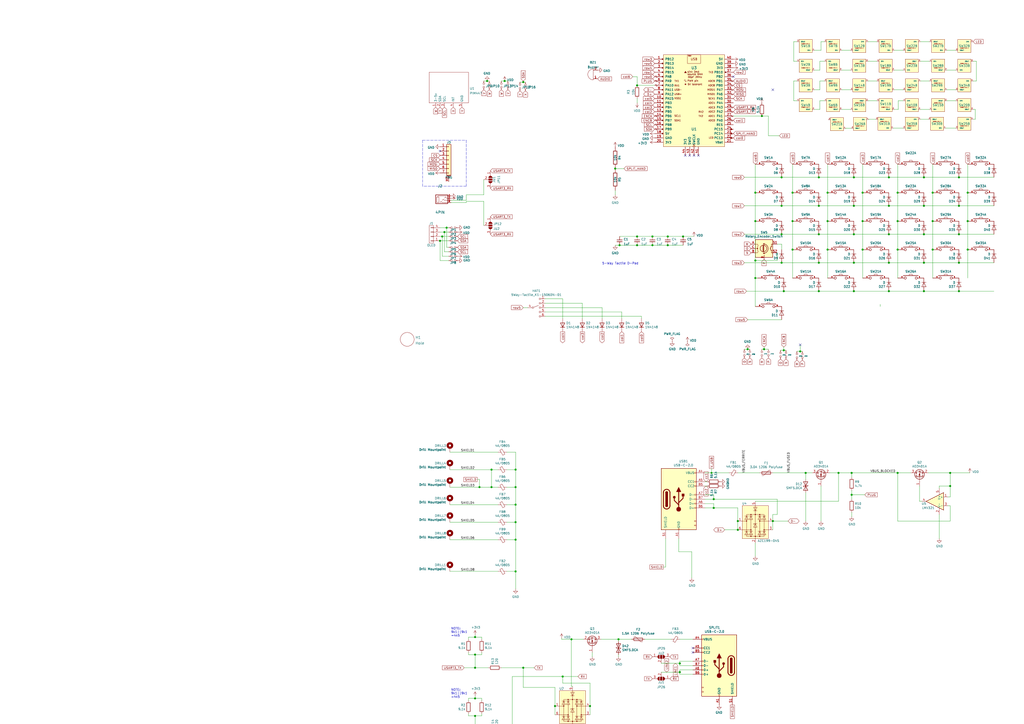
<source format=kicad_sch>
(kicad_sch (version 20210621) (generator eeschema)
  (paper "A2")
  (junction (at 255.27 139.7) (diameter 1.016))
  (junction (at 256.54 137.16) (diameter 1.016))
  (junction (at 257.81 134.62) (diameter 1.016))
  (junction (at 259.08 132.08) (diameter 1.016))
  (junction (at 275.59 369.57) (diameter 1.016))
  (junction (at 275.59 379.73) (diameter 1.016))
  (junction (at 275.59 387.35) (diameter 1.016))
  (junction (at 275.59 405.13) (diameter 1.016))
  (junction (at 275.59 415.29) (diameter 1.016))
  (junction (at 275.59 422.91) (diameter 1.016))
  (junction (at 278.13 282.575) (diameter 1.016))
  (junction (at 282.575 46.99) (diameter 1.016))
  (junction (at 285.115 272.415) (diameter 1.016))
  (junction (at 285.115 282.575) (diameter 1.016))
  (junction (at 292.735 46.99) (diameter 1.016))
  (junction (at 299.085 272.415) (diameter 1.016))
  (junction (at 299.085 282.575) (diameter 1.016))
  (junction (at 299.085 292.735) (diameter 1.016))
  (junction (at 299.085 302.895) (diameter 1.016))
  (junction (at 299.085 313.055) (diameter 1.016))
  (junction (at 299.085 331.47) (diameter 1.016))
  (junction (at 303.53 47.625) (diameter 1.016))
  (junction (at 303.53 387.35) (diameter 1.016))
  (junction (at 321.945 409.575) (diameter 1.016))
  (junction (at 326.39 392.43) (diameter 1.016))
  (junction (at 331.47 370.84) (diameter 1.016))
  (junction (at 342.265 409.575) (diameter 1.016))
  (junction (at 356.87 97.79) (diameter 1.016))
  (junction (at 358.775 370.84) (diameter 1.016))
  (junction (at 359.41 142.24) (diameter 1.016))
  (junction (at 369.57 49.53) (diameter 1.016))
  (junction (at 369.57 137.16) (diameter 1.016))
  (junction (at 369.57 142.24) (diameter 1.016))
  (junction (at 378.46 137.16) (diameter 1.016))
  (junction (at 378.46 142.24) (diameter 1.016))
  (junction (at 387.35 137.16) (diameter 1.016))
  (junction (at 387.35 142.24) (diameter 1.016))
  (junction (at 394.335 384.81) (diameter 1.016))
  (junction (at 394.335 389.89) (diameter 1.016))
  (junction (at 396.24 137.16) (diameter 1.016))
  (junction (at 412.75 274.32) (diameter 0.9144))
  (junction (at 414.02 289.56) (diameter 1.016))
  (junction (at 414.02 294.64) (diameter 1.016))
  (junction (at 427.99 302.26) (diameter 1.016))
  (junction (at 427.99 307.34) (diameter 1.016))
  (junction (at 433.705 202.565) (diameter 1.016))
  (junction (at 438.15 111.76) (diameter 1.016))
  (junction (at 438.15 128.27) (diameter 1.016))
  (junction (at 438.15 151.13) (diameter 1.016))
  (junction (at 438.15 161.29) (diameter 1.016))
  (junction (at 441.96 67.31) (diameter 1.016))
  (junction (at 443.23 202.565) (diameter 1.016))
  (junction (at 448.31 302.26) (diameter 1.016))
  (junction (at 453.39 102.87) (diameter 1.016))
  (junction (at 453.39 119.38) (diameter 1.016))
  (junction (at 453.39 135.89) (diameter 1.016))
  (junction (at 453.39 152.4) (diameter 1.016))
  (junction (at 454.66 168.91) (diameter 1.016))
  (junction (at 454.66 203.2) (diameter 1.016))
  (junction (at 459.74 111.76) (diameter 1.016))
  (junction (at 459.74 128.27) (diameter 1.016))
  (junction (at 459.74 144.78) (diameter 1.016))
  (junction (at 464.185 203.835) (diameter 1.016))
  (junction (at 467.36 274.32) (diameter 1.016))
  (junction (at 474.98 102.87) (diameter 1.016))
  (junction (at 474.98 119.38) (diameter 1.016))
  (junction (at 474.98 135.89) (diameter 1.016))
  (junction (at 474.98 152.4) (diameter 1.016))
  (junction (at 474.98 168.91) (diameter 1.016))
  (junction (at 480.06 111.76) (diameter 1.016))
  (junction (at 480.06 128.27) (diameter 1.016))
  (junction (at 480.06 144.78) (diameter 1.016))
  (junction (at 486.41 274.32) (diameter 1.016))
  (junction (at 494.03 274.32) (diameter 1.016))
  (junction (at 494.03 287.02) (diameter 1.016))
  (junction (at 495.3 102.87) (diameter 1.016))
  (junction (at 495.3 119.38) (diameter 1.016))
  (junction (at 495.3 135.89) (diameter 1.016))
  (junction (at 495.3 152.4) (diameter 1.016))
  (junction (at 495.3 168.91) (diameter 1.016))
  (junction (at 500.38 111.76) (diameter 1.016))
  (junction (at 500.38 128.27) (diameter 1.016))
  (junction (at 500.38 144.78) (diameter 1.016))
  (junction (at 515.62 102.87) (diameter 1.016))
  (junction (at 515.62 119.38) (diameter 1.016))
  (junction (at 515.62 135.89) (diameter 1.016))
  (junction (at 515.62 152.4) (diameter 1.016))
  (junction (at 515.62 168.91) (diameter 1.016))
  (junction (at 520.7 111.76) (diameter 1.016))
  (junction (at 520.7 128.27) (diameter 1.016))
  (junction (at 520.7 144.78) (diameter 1.016))
  (junction (at 520.7 274.32) (diameter 1.016))
  (junction (at 535.94 102.87) (diameter 1.016))
  (junction (at 535.94 119.38) (diameter 1.016))
  (junction (at 535.94 135.89) (diameter 1.016))
  (junction (at 535.94 152.4) (diameter 1.016))
  (junction (at 535.94 168.91) (diameter 1.016))
  (junction (at 541.02 111.76) (diameter 1.016))
  (junction (at 541.02 128.27) (diameter 1.016))
  (junction (at 541.02 144.78) (diameter 1.016))
  (junction (at 551.18 274.32) (diameter 1.016))
  (junction (at 551.18 281.94) (diameter 1.016))
  (junction (at 556.26 102.87) (diameter 1.016))
  (junction (at 556.26 119.38) (diameter 1.016))
  (junction (at 556.26 135.89) (diameter 1.016))
  (junction (at 556.26 152.4) (diameter 1.016))
  (junction (at 556.26 168.91) (diameter 1.016))
  (junction (at 561.34 111.76) (diameter 1.016))
  (junction (at 561.34 128.27) (diameter 1.016))
  (junction (at 561.34 144.78) (diameter 1.016))
  (no_connect (at 255.27 87.63))
  (no_connect (at 397.51 90.17))
  (no_connect (at 400.05 90.17))
  (no_connect (at 401.955 375.92))
  (no_connect (at 401.955 378.46))
  (no_connect (at 402.59 90.17))
  (no_connect (at 405.13 90.17))
  (no_connect (at 425.45 44.45))
  (no_connect (at 448.31 52.07))
  (no_connect (at 464.185 200.025))
  (wire (pts (xy 255.27 132.08) (xy 259.08 132.08)))
  (wire (pts (xy 255.27 134.62) (xy 257.81 134.62)))
  (wire (pts (xy 255.27 137.16) (xy 256.54 137.16)))
  (wire (pts (xy 255.27 139.7) (xy 255.27 151.13)))
  (wire (pts (xy 255.27 151.13) (xy 260.35 151.13)))
  (wire (pts (xy 256.54 137.16) (xy 256.54 148.59)))
  (wire (pts (xy 256.54 137.16) (xy 260.35 137.16)))
  (wire (pts (xy 256.54 148.59) (xy 260.35 148.59)))
  (wire (pts (xy 257.81 134.62) (xy 257.81 146.05)))
  (wire (pts (xy 257.81 134.62) (xy 260.35 134.62)))
  (wire (pts (xy 257.81 146.05) (xy 260.35 146.05)))
  (wire (pts (xy 259.08 132.08) (xy 259.08 143.51)))
  (wire (pts (xy 259.08 132.08) (xy 260.35 132.08)))
  (wire (pts (xy 259.08 143.51) (xy 260.35 143.51)))
  (wire (pts (xy 260.35 139.7) (xy 255.27 139.7)))
  (wire (pts (xy 260.985 262.255) (xy 288.925 262.255)))
  (wire (pts (xy 260.985 272.415) (xy 285.115 272.415)))
  (wire (pts (xy 260.985 282.575) (xy 278.13 282.575)))
  (wire (pts (xy 260.985 292.735) (xy 288.925 292.735)))
  (wire (pts (xy 260.985 302.895) (xy 288.925 302.895)))
  (wire (pts (xy 260.985 313.055) (xy 288.925 313.055)))
  (wire (pts (xy 260.985 331.47) (xy 288.925 331.47)))
  (wire (pts (xy 261.62 117.475) (xy 270.51 117.475)))
  (wire (pts (xy 269.24 387.35) (xy 275.59 387.35)))
  (wire (pts (xy 269.24 422.91) (xy 275.59 422.91)))
  (wire (pts (xy 270.51 113.03) (xy 270.51 116.205)))
  (wire (pts (xy 270.51 113.03) (xy 280.67 113.03)))
  (wire (pts (xy 270.51 116.205) (xy 261.62 116.205)))
  (wire (pts (xy 270.51 116.84) (xy 280.67 116.84)))
  (wire (pts (xy 270.51 117.475) (xy 270.51 116.84)))
  (wire (pts (xy 271.78 369.57) (xy 271.78 370.84)))
  (wire (pts (xy 271.78 369.57) (xy 275.59 369.57)))
  (wire (pts (xy 271.78 378.46) (xy 271.78 379.73)))
  (wire (pts (xy 271.78 405.13) (xy 271.78 406.4)))
  (wire (pts (xy 271.78 405.13) (xy 275.59 405.13)))
  (wire (pts (xy 271.78 414.02) (xy 271.78 415.29)))
  (wire (pts (xy 275.59 368.3) (xy 275.59 369.57)))
  (wire (pts (xy 275.59 369.57) (xy 279.4 369.57)))
  (wire (pts (xy 275.59 379.73) (xy 271.78 379.73)))
  (wire (pts (xy 275.59 379.73) (xy 275.59 387.35)))
  (wire (pts (xy 275.59 387.35) (xy 283.21 387.35)))
  (wire (pts (xy 275.59 403.86) (xy 275.59 405.13)))
  (wire (pts (xy 275.59 405.13) (xy 279.4 405.13)))
  (wire (pts (xy 275.59 415.29) (xy 271.78 415.29)))
  (wire (pts (xy 275.59 415.29) (xy 275.59 422.91)))
  (wire (pts (xy 275.59 422.91) (xy 283.21 422.91)))
  (wire (pts (xy 276.86 278.13) (xy 278.13 278.13)))
  (wire (pts (xy 278.13 278.13) (xy 278.13 282.575)))
  (wire (pts (xy 278.13 282.575) (xy 285.115 282.575)))
  (wire (pts (xy 279.4 369.57) (xy 279.4 370.84)))
  (wire (pts (xy 279.4 378.46) (xy 279.4 379.73)))
  (wire (pts (xy 279.4 379.73) (xy 275.59 379.73)))
  (wire (pts (xy 279.4 405.13) (xy 279.4 406.4)))
  (wire (pts (xy 279.4 414.02) (xy 279.4 415.29)))
  (wire (pts (xy 279.4 415.29) (xy 275.59 415.29)))
  (wire (pts (xy 280.67 104.14) (xy 280.67 113.03)))
  (wire (pts (xy 280.67 116.84) (xy 280.67 130.81)))
  (wire (pts (xy 282.575 46.99) (xy 280.67 46.99)))
  (wire (pts (xy 283.845 46.99) (xy 282.575 46.99)))
  (wire (pts (xy 285.115 272.415) (xy 288.925 272.415)))
  (wire (pts (xy 285.115 282.575) (xy 285.115 272.415)))
  (wire (pts (xy 285.115 282.575) (xy 288.925 282.575)))
  (wire (pts (xy 290.83 46.99) (xy 292.735 46.99)))
  (wire (pts (xy 290.83 387.35) (xy 303.53 387.35)))
  (wire (pts (xy 290.83 422.91) (xy 297.18 422.91)))
  (wire (pts (xy 292.735 46.99) (xy 294.64 46.99)))
  (wire (pts (xy 294.005 262.255) (xy 299.085 262.255)))
  (wire (pts (xy 294.005 272.415) (xy 299.085 272.415)))
  (wire (pts (xy 294.005 282.575) (xy 299.085 282.575)))
  (wire (pts (xy 294.005 292.735) (xy 299.085 292.735)))
  (wire (pts (xy 294.005 302.895) (xy 299.085 302.895)))
  (wire (pts (xy 294.005 313.055) (xy 299.085 313.055)))
  (wire (pts (xy 294.005 331.47) (xy 299.085 331.47)))
  (wire (pts (xy 297.18 392.43) (xy 297.18 422.91)))
  (wire (pts (xy 297.18 392.43) (xy 326.39 392.43)))
  (wire (pts (xy 299.085 262.255) (xy 299.085 272.415)))
  (wire (pts (xy 299.085 272.415) (xy 299.085 282.575)))
  (wire (pts (xy 299.085 282.575) (xy 299.085 292.735)))
  (wire (pts (xy 299.085 292.735) (xy 299.085 302.895)))
  (wire (pts (xy 299.085 302.895) (xy 299.085 313.055)))
  (wire (pts (xy 299.085 313.055) (xy 299.085 331.47)))
  (wire (pts (xy 299.085 331.47) (xy 299.085 341.63)))
  (wire (pts (xy 303.53 46.99) (xy 303.53 47.625)))
  (wire (pts (xy 303.53 47.625) (xy 301.625 47.625)))
  (wire (pts (xy 303.53 387.35) (xy 309.88 387.35)))
  (wire (pts (xy 303.53 398.78) (xy 303.53 387.35)))
  (wire (pts (xy 304.8 47.625) (xy 303.53 47.625)))
  (wire (pts (xy 306.07 178.435) (xy 303.53 178.435)))
  (wire (pts (xy 316.23 173.355) (xy 326.39 173.355)))
  (wire (pts (xy 316.23 175.895) (xy 337.82 175.895)))
  (wire (pts (xy 316.23 178.435) (xy 349.25 178.435)))
  (wire (pts (xy 316.23 180.975) (xy 360.68 180.975)))
  (wire (pts (xy 316.23 183.515) (xy 372.11 183.515)))
  (wire (pts (xy 321.945 398.78) (xy 303.53 398.78)))
  (wire (pts (xy 321.945 409.575) (xy 321.945 398.78)))
  (wire (pts (xy 321.945 414.655) (xy 321.945 409.575)))
  (wire (pts (xy 325.755 370.84) (xy 325.755 370.205)))
  (wire (pts (xy 326.39 173.355) (xy 326.39 184.785)))
  (wire (pts (xy 326.39 392.43) (xy 335.28 392.43)))
  (wire (pts (xy 326.39 396.24) (xy 326.39 392.43)))
  (wire (pts (xy 331.47 370.84) (xy 325.755 370.84)))
  (wire (pts (xy 331.47 370.84) (xy 331.47 398.145)))
  (wire (pts (xy 331.47 398.145) (xy 332.105 398.145)))
  (wire (pts (xy 337.82 175.895) (xy 337.82 184.785)))
  (wire (pts (xy 338.455 370.84) (xy 331.47 370.84)))
  (wire (pts (xy 342.265 396.24) (xy 326.39 396.24)))
  (wire (pts (xy 342.265 396.24) (xy 342.265 409.575)))
  (wire (pts (xy 342.265 409.575) (xy 342.265 414.655)))
  (wire (pts (xy 343.535 378.46) (xy 343.535 381)))
  (wire (pts (xy 348.615 370.84) (xy 358.775 370.84)))
  (wire (pts (xy 349.25 178.435) (xy 349.25 184.785)))
  (wire (pts (xy 356.87 110.49) (xy 356.87 113.03)))
  (wire (pts (xy 356.87 142.24) (xy 359.41 142.24)))
  (wire (pts (xy 358.775 370.84) (xy 366.395 370.84)))
  (wire (pts (xy 358.775 372.11) (xy 358.775 370.84)))
  (wire (pts (xy 358.775 381) (xy 358.775 379.73)))
  (wire (pts (xy 359.41 137.16) (xy 369.57 137.16)))
  (wire (pts (xy 359.41 142.24) (xy 369.57 142.24)))
  (wire (pts (xy 360.68 180.975) (xy 360.68 184.785)))
  (wire (pts (xy 361.95 97.79) (xy 356.87 97.79)))
  (wire (pts (xy 367.03 44.45) (xy 369.57 44.45)))
  (wire (pts (xy 369.57 49.53) (xy 369.57 44.45)))
  (wire (pts (xy 369.57 49.53) (xy 379.73 49.53)))
  (wire (pts (xy 369.57 57.15) (xy 369.57 59.69)))
  (wire (pts (xy 369.57 137.16) (xy 378.46 137.16)))
  (wire (pts (xy 369.57 142.24) (xy 378.46 142.24)))
  (wire (pts (xy 372.11 183.515) (xy 372.11 184.785)))
  (wire (pts (xy 374.015 370.84) (xy 389.255 370.84)))
  (wire (pts (xy 378.46 137.16) (xy 387.35 137.16)))
  (wire (pts (xy 378.46 142.24) (xy 387.35 142.24)))
  (wire (pts (xy 383.54 384.81) (xy 394.335 384.81)))
  (wire (pts (xy 383.54 389.89) (xy 394.335 389.89)))
  (wire (pts (xy 384.81 328.93) (xy 386.08 328.93)))
  (wire (pts (xy 386.08 312.42) (xy 386.08 328.93)))
  (wire (pts (xy 387.35 137.16) (xy 396.24 137.16)))
  (wire (pts (xy 387.35 142.24) (xy 396.24 142.24)))
  (wire (pts (xy 393.7 312.42) (xy 393.7 320.04)))
  (wire (pts (xy 393.7 320.04) (xy 401.32 320.04)))
  (wire (pts (xy 394.335 370.84) (xy 401.955 370.84)))
  (wire (pts (xy 394.335 383.54) (xy 394.335 384.81)))
  (wire (pts (xy 394.335 384.81) (xy 394.335 386.08)))
  (wire (pts (xy 394.335 386.08) (xy 401.955 386.08)))
  (wire (pts (xy 394.335 388.62) (xy 394.335 389.89)))
  (wire (pts (xy 394.335 389.89) (xy 394.335 391.16)))
  (wire (pts (xy 394.335 391.16) (xy 401.955 391.16)))
  (wire (pts (xy 396.24 137.16) (xy 402.59 137.16)))
  (wire (pts (xy 401.32 320.04) (xy 401.32 335.28)))
  (wire (pts (xy 401.955 383.54) (xy 394.335 383.54)))
  (wire (pts (xy 401.955 388.62) (xy 394.335 388.62)))
  (wire (pts (xy 408.94 274.32) (xy 412.75 274.32)))
  (wire (pts (xy 408.94 279.4) (xy 410.21 279.4)))
  (wire (pts (xy 408.94 281.94) (xy 410.21 281.94)))
  (wire (pts (xy 408.94 287.02) (xy 414.02 287.02)))
  (wire (pts (xy 408.94 292.1) (xy 414.02 292.1)))
  (wire (pts (xy 412.75 271.78) (xy 412.75 274.32)))
  (wire (pts (xy 412.75 274.32) (xy 422.91 274.32)))
  (wire (pts (xy 414.02 287.02) (xy 414.02 289.56)))
  (wire (pts (xy 414.02 289.56) (xy 408.94 289.56)))
  (wire (pts (xy 414.02 289.56) (xy 450.85 289.56)))
  (wire (pts (xy 414.02 292.1) (xy 414.02 294.64)))
  (wire (pts (xy 414.02 294.64) (xy 408.94 294.64)))
  (wire (pts (xy 414.02 294.64) (xy 427.99 294.64)))
  (wire (pts (xy 420.37 307.34) (xy 427.99 307.34)))
  (wire (pts (xy 425.45 67.31) (xy 441.96 67.31)))
  (wire (pts (xy 427.99 274.32) (xy 440.69 274.32)))
  (wire (pts (xy 427.99 294.64) (xy 427.99 302.26)))
  (wire (pts (xy 427.99 302.26) (xy 427.99 307.34)))
  (wire (pts (xy 431.8 102.87) (xy 453.39 102.87)))
  (wire (pts (xy 431.8 119.38) (xy 453.39 119.38)))
  (wire (pts (xy 431.8 135.89) (xy 453.39 135.89)))
  (wire (pts (xy 431.8 152.4) (xy 453.39 152.4)))
  (wire (pts (xy 433.07 168.91) (xy 454.66 168.91)))
  (wire (pts (xy 433.705 185.42) (xy 453.39 185.42)))
  (wire (pts (xy 433.705 202.565) (xy 431.8 202.565)))
  (wire (pts (xy 434.975 202.565) (xy 433.705 202.565)))
  (wire (pts (xy 438.15 95.25) (xy 438.15 111.76)))
  (wire (pts (xy 438.15 111.76) (xy 438.15 128.27)))
  (wire (pts (xy 438.15 128.27) (xy 438.15 151.13)))
  (wire (pts (xy 438.15 151.13) (xy 438.15 161.29)))
  (wire (pts (xy 438.15 161.29) (xy 438.15 177.8)))
  (wire (pts (xy 438.15 161.29) (xy 439.42 161.29)))
  (wire (pts (xy 438.15 290.83) (xy 486.41 290.83)))
  (wire (pts (xy 438.15 314.96) (xy 438.15 322.58)))
  (wire (pts (xy 441.96 67.31) (xy 445.77 67.31)))
  (wire (pts (xy 441.96 202.565) (xy 443.23 202.565)))
  (wire (pts (xy 443.23 201.295) (xy 443.23 202.565)))
  (wire (pts (xy 443.23 202.565) (xy 445.77 202.565)))
  (wire (pts (xy 445.77 67.31) (xy 445.77 78.74)))
  (wire (pts (xy 445.77 78.74) (xy 452.12 78.74)))
  (wire (pts (xy 448.31 274.32) (xy 467.36 274.32)))
  (wire (pts (xy 448.31 298.45) (xy 448.31 302.26)))
  (wire (pts (xy 448.31 302.26) (xy 457.2 302.26)))
  (wire (pts (xy 448.31 307.34) (xy 448.31 302.26)))
  (wire (pts (xy 450.85 141.605) (xy 453.39 141.605)))
  (wire (pts (xy 450.85 146.685) (xy 450.85 151.13)))
  (wire (pts (xy 450.85 151.13) (xy 438.15 151.13)))
  (wire (pts (xy 450.85 289.56) (xy 450.85 298.45)))
  (wire (pts (xy 450.85 298.45) (xy 448.31 298.45)))
  (wire (pts (xy 453.39 102.87) (xy 474.98 102.87)))
  (wire (pts (xy 453.39 119.38) (xy 474.98 119.38)))
  (wire (pts (xy 453.39 141.605) (xy 453.39 144.78)))
  (wire (pts (xy 453.39 152.4) (xy 474.98 152.4)))
  (wire (pts (xy 454.66 168.91) (xy 474.98 168.91)))
  (wire (pts (xy 454.66 201.295) (xy 454.66 203.2)))
  (wire (pts (xy 454.66 203.2) (xy 452.755 203.2)))
  (wire (pts (xy 455.93 203.2) (xy 454.66 203.2)))
  (wire (pts (xy 459.74 95.25) (xy 459.74 111.76)))
  (wire (pts (xy 459.74 111.76) (xy 459.74 128.27)))
  (wire (pts (xy 459.74 128.27) (xy 459.74 144.78)))
  (wire (pts (xy 459.74 144.78) (xy 459.74 161.29)))
  (wire (pts (xy 460.375 24.13) (xy 462.28 24.13)))
  (wire (pts (xy 460.375 35.56) (xy 460.375 24.13)))
  (wire (pts (xy 460.375 46.99) (xy 462.28 46.99)))
  (wire (pts (xy 460.375 58.42) (xy 460.375 46.99)))
  (wire (pts (xy 462.28 35.56) (xy 460.375 35.56)))
  (wire (pts (xy 462.28 58.42) (xy 460.375 58.42)))
  (wire (pts (xy 464.185 200.025) (xy 464.185 203.835)))
  (wire (pts (xy 464.185 203.835) (xy 462.28 203.835)))
  (wire (pts (xy 465.455 203.835) (xy 464.185 203.835)))
  (wire (pts (xy 467.36 274.32) (xy 471.17 274.32)))
  (wire (pts (xy 467.36 278.13) (xy 467.36 274.32)))
  (wire (pts (xy 467.36 285.75) (xy 467.36 302.26)))
  (wire (pts (xy 472.44 29.21) (xy 476.25 29.21)))
  (wire (pts (xy 472.44 40.64) (xy 475.615 40.64)))
  (wire (pts (xy 472.44 52.07) (xy 475.615 52.07)))
  (wire (pts (xy 472.44 63.5) (xy 475.615 63.5)))
  (wire (pts (xy 474.98 135.89) (xy 453.39 135.89)))
  (wire (pts (xy 474.98 168.91) (xy 495.3 168.91)))
  (wire (pts (xy 475.615 35.56) (xy 478.155 35.56)))
  (wire (pts (xy 475.615 40.64) (xy 475.615 35.56)))
  (wire (pts (xy 475.615 46.99) (xy 475.615 52.07)))
  (wire (pts (xy 475.615 58.42) (xy 475.615 63.5)))
  (wire (pts (xy 476.25 24.13) (xy 478.155 24.13)))
  (wire (pts (xy 476.25 29.21) (xy 476.25 24.13)))
  (wire (pts (xy 476.25 281.94) (xy 476.25 302.26)))
  (wire (pts (xy 478.155 46.99) (xy 475.615 46.99)))
  (wire (pts (xy 478.155 58.42) (xy 475.615 58.42)))
  (wire (pts (xy 480.06 95.25) (xy 480.06 111.76)))
  (wire (pts (xy 480.06 111.76) (xy 480.06 128.27)))
  (wire (pts (xy 480.06 128.27) (xy 480.06 144.78)))
  (wire (pts (xy 480.06 144.78) (xy 480.06 161.29)))
  (wire (pts (xy 486.41 274.32) (xy 481.33 274.32)))
  (wire (pts (xy 486.41 274.32) (xy 494.03 274.32)))
  (wire (pts (xy 486.41 290.83) (xy 486.41 274.32)))
  (wire (pts (xy 488.315 29.21) (xy 493.395 29.21)))
  (wire (pts (xy 488.315 40.64) (xy 493.395 40.64)))
  (wire (pts (xy 488.315 52.07) (xy 493.395 52.07)))
  (wire (pts (xy 488.315 63.5) (xy 493.395 63.5)))
  (wire (pts (xy 490.601 74.422) (xy 490.601 74.549)))
  (wire (pts (xy 493.776 74.422) (xy 490.601 74.422)))
  (wire (pts (xy 494.03 274.32) (xy 520.7 274.32)))
  (wire (pts (xy 494.03 276.86) (xy 494.03 274.32)))
  (wire (pts (xy 494.03 284.48) (xy 494.03 287.02)))
  (wire (pts (xy 494.03 287.02) (xy 494.03 289.56)))
  (wire (pts (xy 494.03 297.18) (xy 494.03 299.72)))
  (wire (pts (xy 495.3 102.87) (xy 474.98 102.87)))
  (wire (pts (xy 495.3 102.87) (xy 515.62 102.87)))
  (wire (pts (xy 495.3 119.38) (xy 474.98 119.38)))
  (wire (pts (xy 495.3 119.38) (xy 515.62 119.38)))
  (wire (pts (xy 495.3 135.89) (xy 474.98 135.89)))
  (wire (pts (xy 495.3 135.89) (xy 515.62 135.89)))
  (wire (pts (xy 495.3 152.4) (xy 474.98 152.4)))
  (wire (pts (xy 495.3 152.4) (xy 515.62 152.4)))
  (wire (pts (xy 495.3 168.91) (xy 515.62 168.91)))
  (wire (pts (xy 500.38 95.25) (xy 500.38 111.76)))
  (wire (pts (xy 500.38 111.76) (xy 500.38 128.27)))
  (wire (pts (xy 500.38 128.27) (xy 500.38 144.78)))
  (wire (pts (xy 500.38 144.78) (xy 500.38 161.29)))
  (wire (pts (xy 501.65 287.02) (xy 494.03 287.02)))
  (wire (pts (xy 503.555 24.13) (xy 508.635 24.13)))
  (wire (pts (xy 503.555 35.56) (xy 508.635 35.56)))
  (wire (pts (xy 503.555 46.99) (xy 508.635 46.99)))
  (wire (pts (xy 503.555 58.42) (xy 508.635 58.42)))
  (wire (pts (xy 503.936 69.215) (xy 503.936 69.342)))
  (wire (pts (xy 508 69.215) (xy 503.936 69.215)))
  (wire (pts (xy 510.54 177.8) (xy 510.54 176.53)))
  (wire (pts (xy 515.62 102.87) (xy 535.94 102.87)))
  (wire (pts (xy 515.62 119.38) (xy 535.94 119.38)))
  (wire (pts (xy 515.62 135.89) (xy 535.94 135.89)))
  (wire (pts (xy 515.62 152.4) (xy 535.94 152.4)))
  (wire (pts (xy 515.62 168.91) (xy 535.94 168.91)))
  (wire (pts (xy 518.16 74.295) (xy 523.875 74.295)))
  (wire (pts (xy 518.795 29.21) (xy 523.875 29.21)))
  (wire (pts (xy 518.795 40.64) (xy 523.875 40.64)))
  (wire (pts (xy 518.795 52.07) (xy 523.875 52.07)))
  (wire (pts (xy 520.7 95.25) (xy 520.7 111.76)))
  (wire (pts (xy 520.7 111.76) (xy 520.7 128.27)))
  (wire (pts (xy 520.7 128.27) (xy 520.7 144.78)))
  (wire (pts (xy 520.7 144.78) (xy 520.7 161.29)))
  (wire (pts (xy 520.7 274.32) (xy 528.32 274.32)))
  (wire (pts (xy 520.7 302.26) (xy 520.7 274.32)))
  (wire (pts (xy 521.081 58.42) (xy 521.081 63.5)))
  (wire (pts (xy 521.081 63.5) (xy 518.795 63.5)))
  (wire (pts (xy 523.875 58.42) (xy 521.081 58.42)))
  (wire (pts (xy 533.4 281.94) (xy 533.4 290.83)))
  (wire (pts (xy 533.4 290.83) (xy 534.67 290.83)))
  (wire (pts (xy 534.035 24.13) (xy 539.115 24.13)))
  (wire (pts (xy 534.035 35.56) (xy 539.115 35.56)))
  (wire (pts (xy 534.035 46.99) (xy 539.115 46.99)))
  (wire (pts (xy 534.035 63.5) (xy 539.115 63.5)))
  (wire (pts (xy 534.035 69.215) (xy 538.48 69.215)))
  (wire (pts (xy 535.94 119.38) (xy 556.26 119.38)))
  (wire (pts (xy 535.94 135.89) (xy 556.26 135.89)))
  (wire (pts (xy 535.94 152.4) (xy 556.26 152.4)))
  (wire (pts (xy 535.94 168.91) (xy 556.26 168.91)))
  (wire (pts (xy 538.48 274.32) (xy 551.18 274.32)))
  (wire (pts (xy 541.02 95.25) (xy 541.02 111.76)))
  (wire (pts (xy 541.02 111.76) (xy 541.02 128.27)))
  (wire (pts (xy 541.02 144.78) (xy 541.02 128.27)))
  (wire (pts (xy 541.02 144.78) (xy 541.02 161.29)))
  (wire (pts (xy 544.83 281.94) (xy 551.18 281.94)))
  (wire (pts (xy 544.83 283.21) (xy 544.83 281.94)))
  (wire (pts (xy 544.83 298.45) (xy 544.83 312.42)))
  (wire (pts (xy 548.64 74.295) (xy 554.355 74.295)))
  (wire (pts (xy 549.275 29.21) (xy 554.355 29.21)))
  (wire (pts (xy 549.275 40.64) (xy 554.355 40.64)))
  (wire (pts (xy 549.275 52.07) (xy 554.355 52.07)))
  (wire (pts (xy 549.275 58.42) (xy 554.355 58.42)))
  (wire (pts (xy 549.91 293.37) (xy 551.18 293.37)))
  (wire (pts (xy 551.18 274.32) (xy 562.61 274.32)))
  (wire (pts (xy 551.18 281.94) (xy 551.18 274.32)))
  (wire (pts (xy 551.18 281.94) (xy 551.18 288.29)))
  (wire (pts (xy 551.18 288.29) (xy 549.91 288.29)))
  (wire (pts (xy 551.18 293.37) (xy 551.18 302.26)))
  (wire (pts (xy 551.18 302.26) (xy 520.7 302.26)))
  (wire (pts (xy 556.26 102.87) (xy 535.94 102.87)))
  (wire (pts (xy 556.26 102.87) (xy 576.58 102.87)))
  (wire (pts (xy 556.26 119.38) (xy 576.58 119.38)))
  (wire (pts (xy 556.26 135.89) (xy 576.58 135.89)))
  (wire (pts (xy 556.26 152.4) (xy 576.58 152.4)))
  (wire (pts (xy 556.26 168.91) (xy 576.58 168.91)))
  (wire (pts (xy 561.34 111.76) (xy 561.34 95.25)))
  (wire (pts (xy 561.34 128.27) (xy 561.34 111.76)))
  (wire (pts (xy 561.34 128.27) (xy 561.34 144.78)))
  (wire (pts (xy 561.34 144.78) (xy 561.34 161.29)))
  (wire (pts (xy 564.515 46.99) (xy 566.42 46.99)))
  (wire (pts (xy 564.515 63.5) (xy 565.785 63.5)))
  (wire (pts (xy 565.785 63.5) (xy 565.785 69.215)))
  (wire (pts (xy 565.785 69.215) (xy 564.515 69.215)))
  (wire (pts (xy 566.42 35.56) (xy 564.515 35.56)))
  (wire (pts (xy 566.42 46.99) (xy 566.42 35.56)))
  (polyline (pts (xy 245.11 81.28) (xy 245.11 107.95)) (stroke (width 0) (type dash)))
  (polyline (pts (xy 245.11 81.28) (xy 270.51 81.28)) (stroke (width 0) (type dash)))
  (polyline (pts (xy 270.51 81.28) (xy 270.51 107.95)) (stroke (width 0) (type dash)))
  (polyline (pts (xy 270.51 107.95) (xy 245.11 107.95)) (stroke (width 0) (type dash)))
  (text "NOTE:\n9k1||9k1\n=4k5" (at 261.62 369.57 0) (effects (font (size 1.27 1.27)) (justify left bottom)))
  (text "NOTE:\n9k1||9k1\n=4k5" (at 261.62 405.13 0) (effects (font (size 1.27 1.27)) (justify left bottom)))
  (text "5-Way Tactile D-Pad" (at 349.25 153.67 0) (effects (font (size 1.27 1.27)) (justify left bottom)))
  (label "SHIELD1" (at 267.335 262.255 0))
  (label "SHIELD2" (at 267.335 272.415 0))
  (label "SHIELD3" (at 267.335 282.575 0))
  (label "SHIELD4" (at 267.335 292.735 0))
  (label "SHIELD5" (at 267.335 302.895 0))
  (label "SHIELD6" (at 267.335 313.055 0))
  (label "SHIELD8" (at 267.335 331.47 0))
  (label "VBUS_FERRITE" (at 432.435 274.32 90))
  (label "VBUS_FUSED" (at 458.47 274.32 90))
  (label "VBUS_BLOCKED" (at 504.825 274.32 0))
  (global_label "W" (shape input) (at 252.73 62.23 270) (property "Intersheet References" "${INTERSHEET_REFS}" (effects hide)))
  (global_label "Y" (shape input) (at 255.27 62.23 270) (property "Intersheet References" "${INTERSHEET_REFS}" (effects hide)))
  (global_label "CS" (shape input) (at 255.27 90.17 180) (property "Intersheet References" "${INTERSHEET_REFS}" (effects hide)))
  (global_label "SCK" (shape input) (at 255.27 92.71 180) (property "Intersheet References" "${INTERSHEET_REFS}" (effects hide)))
  (global_label "MOSI" (shape input) (at 255.27 95.25 180) (property "Intersheet References" "${INTERSHEET_REFS}" (effects hide)))
  (global_label "MISO" (shape input) (at 255.27 97.79 180) (property "Intersheet References" "${INTERSHEET_REFS}" (effects hide)))
  (global_label "SCL" (shape input) (at 257.81 62.23 270) (property "Intersheet References" "${INTERSHEET_REFS}" (effects hide)))
  (global_label "X" (shape input) (at 262.89 62.23 270) (property "Intersheet References" "${INTERSHEET_REFS}" (effects hide)))
  (global_label "SCL" (shape input) (at 265.43 137.16 0) (property "Intersheet References" "${INTERSHEET_REFS}" (effects hide)))
  (global_label "SDA" (shape input) (at 265.43 139.7 0) (property "Intersheet References" "${INTERSHEET_REFS}" (effects hide)))
  (global_label "SDA" (shape input) (at 265.43 143.51 0) (property "Intersheet References" "${INTERSHEET_REFS}" (effects hide)))
  (global_label "SCL" (shape input) (at 265.43 146.05 0) (property "Intersheet References" "${INTERSHEET_REFS}" (effects hide)))
  (global_label "V" (shape input) (at 267.97 62.23 270) (property "Intersheet References" "${INTERSHEET_REFS}" (effects hide)))
  (global_label "USART3_TX" (shape input) (at 269.24 387.35 180) (property "Intersheet References" "${INTERSHEET_REFS}" (effects hide)))
  (global_label "USART3_TX" (shape input) (at 269.24 422.91 180) (property "Intersheet References" "${INTERSHEET_REFS}" (effects hide)))
  (global_label "SHIELD" (shape passive) (at 276.86 278.13 180) (property "Intersheet References" "${INTERSHEET_REFS}" (effects hide)))
  (global_label "V" (shape input) (at 280.67 52.07 270) (property "Intersheet References" "${INTERSHEET_REFS}" (effects hide)))
  (global_label "W" (shape input) (at 283.845 52.07 270) (property "Intersheet References" "${INTERSHEET_REFS}" (effects hide)))
  (global_label "USART3_TX" (shape input) (at 284.48 99.06 0) (property "Intersheet References" "${INTERSHEET_REFS}" (effects hide)))
  (global_label "USART3_RX" (shape input) (at 284.48 109.22 0) (property "Intersheet References" "${INTERSHEET_REFS}" (effects hide)))
  (global_label "USART3_TX" (shape input) (at 284.48 125.73 0) (property "Intersheet References" "${INTERSHEET_REFS}" (effects hide)))
  (global_label "USART3_RX" (shape input) (at 284.48 135.89 0) (property "Intersheet References" "${INTERSHEET_REFS}" (effects hide)))
  (global_label "W" (shape input) (at 290.83 52.07 270) (property "Intersheet References" "${INTERSHEET_REFS}" (effects hide)))
  (global_label "V" (shape input) (at 294.64 52.07 270) (property "Intersheet References" "${INTERSHEET_REFS}" (effects hide)))
  (global_label "Y" (shape input) (at 301.625 52.705 270) (property "Intersheet References" "${INTERSHEET_REFS}" (effects hide)))
  (global_label "SDA" (shape input) (at 303.53 46.99 90) (property "Intersheet References" "${INTERSHEET_REFS}" (effects hide)))
  (global_label "row5" (shape input) (at 303.53 178.435 180) (property "Intersheet References" "${INTERSHEET_REFS}" (effects hide)))
  (global_label "X" (shape input) (at 304.8 52.705 270) (property "Intersheet References" "${INTERSHEET_REFS}" (effects hide)))
  (global_label "TX" (shape input) (at 309.88 387.35 0) (property "Intersheet References" "${INTERSHEET_REFS}" (effects hide)))
  (global_label "col4" (shape output) (at 326.39 192.405 270) (property "Intersheet References" "${INTERSHEET_REFS}" (effects hide)))
  (global_label "RX" (shape input) (at 335.28 392.43 0) (property "Intersheet References" "${INTERSHEET_REFS}" (effects hide)))
  (global_label "col3" (shape output) (at 337.82 192.405 270) (property "Intersheet References" "${INTERSHEET_REFS}" (effects hide)))
  (global_label "AUDIO" (shape input) (at 346.71 45.72 0) (property "Intersheet References" "${INTERSHEET_REFS}" (effects hide)))
  (global_label "col2" (shape output) (at 349.25 192.405 270) (property "Intersheet References" "${INTERSHEET_REFS}" (effects hide)))
  (global_label "col1" (shape input) (at 360.68 192.405 270) (property "Intersheet References" "${INTERSHEET_REFS}" (effects hide)))
  (global_label "SPLIT_HAND" (shape input) (at 361.95 97.79 0) (property "Intersheet References" "${INTERSHEET_REFS}" (effects hide)))
  (global_label "col6" (shape input) (at 367.03 44.45 180) (property "Intersheet References" "${INTERSHEET_REFS}" (effects hide)))
  (global_label "col0" (shape input) (at 372.11 192.405 270) (property "Intersheet References" "${INTERSHEET_REFS}" (effects hide)))
  (global_label "RX" (shape input) (at 378.46 381 180) (property "Intersheet References" "${INTERSHEET_REFS}" (effects hide)))
  (global_label "TX" (shape input) (at 378.46 393.7 180) (property "Intersheet References" "${INTERSHEET_REFS}" (effects hide)))
  (global_label "row3" (shape input) (at 379.73 34.29 180) (property "Intersheet References" "${INTERSHEET_REFS}" (effects hide)))
  (global_label "row5" (shape input) (at 379.73 36.83 180) (property "Intersheet References" "${INTERSHEET_REFS}" (effects hide)))
  (global_label "row4" (shape input) (at 379.73 39.37 180) (property "Intersheet References" "${INTERSHEET_REFS}" (effects hide)))
  (global_label "row1" (shape input) (at 379.73 41.91 180) (property "Intersheet References" "${INTERSHEET_REFS}" (effects hide)))
  (global_label "row0" (shape input) (at 379.73 44.45 180) (property "Intersheet References" "${INTERSHEET_REFS}" (effects hide)))
  (global_label "PLUG" (shape input) (at 379.73 46.99 180) (property "Intersheet References" "${INTERSHEET_REFS}" (effects hide)))
  (global_label "D-" (shape bidirectional) (at 379.73 52.07 180) (property "Intersheet References" "${INTERSHEET_REFS}" (effects hide)))
  (global_label "D+" (shape bidirectional) (at 379.73 54.61 180) (property "Intersheet References" "${INTERSHEET_REFS}" (effects hide)))
  (global_label "col5" (shape input) (at 379.73 57.15 180) (property "Intersheet References" "${INTERSHEET_REFS}" (effects hide)))
  (global_label "col4" (shape input) (at 379.73 59.69 180) (property "Intersheet References" "${INTERSHEET_REFS}" (effects hide)))
  (global_label "col3" (shape input) (at 379.73 62.23 180) (property "Intersheet References" "${INTERSHEET_REFS}" (effects hide)))
  (global_label "col2" (shape input) (at 379.73 64.77 180) (property "Intersheet References" "${INTERSHEET_REFS}" (effects hide)))
  (global_label "ENCA" (shape input) (at 379.73 67.31 180) (property "Intersheet References" "${INTERSHEET_REFS}" (effects hide)))
  (global_label "ENCB" (shape input) (at 379.73 69.85 180) (property "Intersheet References" "${INTERSHEET_REFS}" (effects hide)))
  (global_label "SCL" (shape input) (at 379.73 72.39 180) (property "Intersheet References" "${INTERSHEET_REFS}" (effects hide)))
  (global_label "SDA" (shape input) (at 379.73 74.93 180) (property "Intersheet References" "${INTERSHEET_REFS}" (effects hide)))
  (global_label "SHIELD" (shape passive) (at 384.81 328.93 180) (property "Intersheet References" "${INTERSHEET_REFS}" (effects hide)))
  (global_label "LINE2" (shape input) (at 386.715 389.89 90) (property "Intersheet References" "${INTERSHEET_REFS}" (effects hide)))
  (global_label "TX" (shape input) (at 388.62 381 0) (property "Intersheet References" "${INTERSHEET_REFS}" (effects hide)))
  (global_label "RX" (shape input) (at 388.62 393.7 0) (property "Intersheet References" "${INTERSHEET_REFS}" (effects hide)))
  (global_label "LINE1" (shape input) (at 391.795 384.81 270) (property "Intersheet References" "${INTERSHEET_REFS}" (effects hide)))
  (global_label "cc1" (shape input) (at 409.575 279.4 90) (property "Intersheet References" "${INTERSHEET_REFS}" (effects hide)))
  (global_label "cc2" (shape input) (at 409.575 281.94 270) (property "Intersheet References" "${INTERSHEET_REFS}" (effects hide)))
  (global_label "V_USB" (shape passive) (at 412.75 271.78 90) (property "Intersheet References" "${INTERSHEET_REFS}" (effects hide)))
  (global_label "D+" (shape bidirectional) (at 420.37 307.34 180) (property "Intersheet References" "${INTERSHEET_REFS}" (effects hide)))
  (global_label "SHIELD" (shape passive) (at 424.815 408.94 270) (property "Intersheet References" "${INTERSHEET_REFS}" (effects hide)))
  (global_label "row2" (shape input) (at 425.45 41.91 0) (property "Intersheet References" "${INTERSHEET_REFS}" (effects hide)))
  (global_label "AUDIO" (shape input) (at 425.45 46.99 0) (property "Intersheet References" "${INTERSHEET_REFS}" (effects hide)))
  (global_label "CS" (shape input) (at 425.45 49.53 0) (property "Intersheet References" "${INTERSHEET_REFS}" (effects hide)))
  (global_label "MOSI" (shape input) (at 425.45 52.07 0) (property "Intersheet References" "${INTERSHEET_REFS}" (effects hide)))
  (global_label "MISO" (shape input) (at 425.45 54.61 0) (property "Intersheet References" "${INTERSHEET_REFS}" (effects hide)))
  (global_label "SCK" (shape input) (at 425.45 57.15 0) (property "Intersheet References" "${INTERSHEET_REFS}" (effects hide)))
  (global_label "USART3_RX" (shape input) (at 425.45 62.23 0) (property "Intersheet References" "${INTERSHEET_REFS}" (effects hide)))
  (global_label "USART3_TX" (shape input) (at 425.45 64.77 0) (property "Intersheet References" "${INTERSHEET_REFS}" (effects hide)))
  (global_label "col1" (shape input) (at 425.45 69.85 0) (property "Intersheet References" "${INTERSHEET_REFS}" (effects hide)))
  (global_label "SPLIT_HAND" (shape input) (at 425.45 77.47 0) (property "Intersheet References" "${INTERSHEET_REFS}" (effects hide)))
  (global_label "col0" (shape input) (at 425.45 80.01 0) (property "Intersheet References" "${INTERSHEET_REFS}" (effects hide)))
  (global_label "row0" (shape input) (at 431.8 102.87 180) (property "Intersheet References" "${INTERSHEET_REFS}" (effects hide)))
  (global_label "row1" (shape input) (at 431.8 119.38 180) (property "Intersheet References" "${INTERSHEET_REFS}" (effects hide)))
  (global_label "row2" (shape input) (at 431.8 135.89 180) (property "Intersheet References" "${INTERSHEET_REFS}" (effects hide)))
  (global_label "row3" (shape input) (at 431.8 152.4 180) (property "Intersheet References" "${INTERSHEET_REFS}" (effects hide)))
  (global_label "O" (shape input) (at 431.8 207.645 270) (property "Intersheet References" "${INTERSHEET_REFS}" (effects hide)))
  (global_label "row4" (shape input) (at 433.07 168.91 180) (property "Intersheet References" "${INTERSHEET_REFS}" (effects hide)))
  (global_label "row5" (shape input) (at 433.705 185.42 180) (property "Intersheet References" "${INTERSHEET_REFS}" (effects hide)))
  (global_label "N" (shape input) (at 434.975 207.645 270) (property "Intersheet References" "${INTERSHEET_REFS}" (effects hide)))
  (global_label "M" (shape input) (at 435.61 141.605 180) (property "Intersheet References" "${INTERSHEET_REFS}" (effects hide)))
  (global_label "O" (shape input) (at 435.61 144.145 180) (property "Intersheet References" "${INTERSHEET_REFS}" (effects hide)))
  (global_label "N" (shape input) (at 435.61 146.685 180) (property "Intersheet References" "${INTERSHEET_REFS}" (effects hide)))
  (global_label "col6" (shape input) (at 438.15 95.25 90) (property "Intersheet References" "${INTERSHEET_REFS}" (effects hide)))
  (global_label "M" (shape input) (at 441.96 207.645 270) (property "Intersheet References" "${INTERSHEET_REFS}" (effects hide)))
  (global_label "P" (shape input) (at 443.23 150.495 270) (property "Intersheet References" "${INTERSHEET_REFS}" (effects hide)))
  (global_label "ENCA" (shape input) (at 443.23 201.295 90) (property "Intersheet References" "${INTERSHEET_REFS}" (effects hide)))
  (global_label "P" (shape input) (at 445.77 207.645 270) (property "Intersheet References" "${INTERSHEET_REFS}" (effects hide)))
  (global_label "LED" (shape input) (at 452.12 78.74 0) (property "Intersheet References" "${INTERSHEET_REFS}" (effects hide)))
  (global_label "O" (shape input) (at 452.755 208.28 270) (property "Intersheet References" "${INTERSHEET_REFS}" (effects hide)))
  (global_label "ENCB" (shape input) (at 454.66 201.295 90) (property "Intersheet References" "${INTERSHEET_REFS}" (effects hide)))
  (global_label "N" (shape input) (at 455.93 208.28 270) (property "Intersheet References" "${INTERSHEET_REFS}" (effects hide)))
  (global_label "D-" (shape bidirectional) (at 457.2 302.26 0) (property "Intersheet References" "${INTERSHEET_REFS}" (effects hide)))
  (global_label "col5" (shape input) (at 459.74 95.25 90) (property "Intersheet References" "${INTERSHEET_REFS}" (effects hide)))
  (global_label "M" (shape input) (at 462.28 208.915 270) (property "Intersheet References" "${INTERSHEET_REFS}" (effects hide)))
  (global_label "P" (shape input) (at 465.455 208.915 270) (property "Intersheet References" "${INTERSHEET_REFS}" (effects hide)))
  (global_label "col4" (shape input) (at 480.06 95.25 90) (property "Intersheet References" "${INTERSHEET_REFS}" (effects hide)))
  (global_label "col3" (shape input) (at 500.38 95.25 90) (property "Intersheet References" "${INTERSHEET_REFS}" (effects hide)))
  (global_label "PLUG" (shape input) (at 501.65 287.02 0) (property "Intersheet References" "${INTERSHEET_REFS}" (effects hide)))
  (global_label "col2" (shape input) (at 520.7 95.25 90) (property "Intersheet References" "${INTERSHEET_REFS}" (effects hide)))
  (global_label "col1" (shape input) (at 541.02 95.25 90) (property "Intersheet References" "${INTERSHEET_REFS}" (effects hide)))
  (global_label "col0" (shape input) (at 561.34 95.25 90) (property "Intersheet References" "${INTERSHEET_REFS}" (effects hide)))
  (global_label "LED" (shape input) (at 564.515 24.13 0) (property "Intersheet References" "${INTERSHEET_REFS}" (effects hide)))
  (symbol (lib_id "power:VDD") (at 255.27 100.33 90) (unit 1)
    (property "Reference" "#PWR02" (effects hide))
    (property "Value" "VCC" (at 252.0949 100.809 90) (effects (justify left)))
  )
  (symbol (lib_id "power:VDD") (at 261.62 114.935 270) (unit 1)
    (property "Reference" "#PWR013" (effects hide))
    (property "Value" "VCC" (at 264.7951 115.414 90) (effects (justify left)))
  )
  (symbol (lib_id "power:VDD") (at 265.43 134.62 270) (unit 1)
    (property "Reference" "#PWR07" (effects hide))
    (property "Value" "VDD" (at 268.6051 135.099 90) (effects (justify left)))
  )
  (symbol (lib_id "power:VDD") (at 265.43 148.59 270) (unit 1)
    (property "Reference" "#PWR08" (effects hide))
    (property "Value" "VDD" (at 268.6051 149.069 90) (effects (justify left)))
  )
  (symbol (lib_id "power:+3.3V") (at 275.59 368.3 0) (unit 1)
    (property "Reference" "#PWR03" (effects hide))
    (property "Value" "+3.3V" (at 275.971 363.9058 0))
  )
  (symbol (lib_id "power:+3.3V") (at 275.59 403.86 0) (unit 1)
    (property "Reference" "#PWR04" (effects hide))
    (property "Value" "+3.3V" (at 275.971 399.4658 0))
  )
  (symbol (lib_id "power:VDD") (at 292.735 46.99 0) (unit 1)
    (property "Reference" "#PWR016" (effects hide))
    (property "Value" "VCC" (at 294.1321 46.3895 0) (effects (justify left)))
  )
  (symbol (lib_id "power:VDD") (at 325.755 370.205 0) (unit 1)
    (property "Reference" "#PWR05" (effects hide))
    (property "Value" "VCC" (at 327.1521 369.6045 0) (effects (justify left)))
  )
  (symbol (lib_id "power:VDD") (at 356.87 85.09 0) (unit 1)
    (property "Reference" "#PWR0104" (effects hide))
    (property "Value" "VCC" (at 358.2671 84.4895 0) (effects (justify left)))
  )
  (symbol (lib_id "power:VDD") (at 369.57 59.69 180) (unit 1)
    (property "Reference" "#PWR023" (effects hide))
    (property "Value" "VDD" (at 369.57 64.2526 0))
  )
  (symbol (lib_id "power:VDD") (at 379.73 77.47 90) (unit 1)
    (property "Reference" "#PWR024" (effects hide))
    (property "Value" "VCC" (at 376.5549 77.949 90) (effects (justify left)))
  )
  (symbol (lib_id "power:+3V3") (at 379.73 82.55 90) (unit 1)
    (property "Reference" "#PWR026" (effects hide))
    (property "Value" "+3V3" (at 375.2849 83.029 90) (effects (justify left)))
  )
  (symbol (lib_id "power:VDD") (at 398.78 198.12 0) (unit 1)
    (property "Reference" "#PWR030" (effects hide))
    (property "Value" "VCC" (at 400.1771 197.5195 0) (effects (justify left)))
  )
  (symbol (lib_id "power:VDD") (at 402.59 137.16 0) (unit 1)
    (property "Reference" "#PWR0103" (effects hide))
    (property "Value" "VCC" (at 403.9871 136.5595 0) (effects (justify left)))
  )
  (symbol (lib_id "power:VDD") (at 425.45 34.29 270) (unit 1)
    (property "Reference" "#PWR035" (effects hide))
    (property "Value" "VCC" (at 428.6251 34.769 90) (effects (justify left)))
  )
  (symbol (lib_id "power:+3V3") (at 425.45 39.37 270) (unit 1)
    (property "Reference" "#PWR037" (effects hide))
    (property "Value" "+3V3" (at 428.6251 39.849 90) (effects (justify left)))
  )
  (symbol (lib_id "power:VDD") (at 441.96 59.69 0) (unit 1)
    (property "Reference" "#PWR040" (effects hide))
    (property "Value" "VCC" (at 440.69 57.3554 0))
  )
  (symbol (lib_id "power:VDD") (at 562.61 274.32 0) (unit 1)
    (property "Reference" "#PWR0102" (effects hide))
    (property "Value" "VCC" (at 564.0071 273.7195 0) (effects (justify left)))
  )
  (symbol (lib_id "SofleKeyboard-rescue:PWR_FLAG-Lily58-cache-Lily58_Pro-rescue") (at 389.89 198.12 0) (unit 1)
    (property "Reference" "#FLG01" (effects hide))
    (property "Value" "PWR_FLAG" (at 389.89 193.7004 0))
  )
  (symbol (lib_id "SofleKeyboard-rescue:PWR_FLAG-Lily58-cache-Lily58_Pro-rescue") (at 398.78 198.12 180) (unit 1)
    (property "Reference" "#FLG02" (effects hide))
    (property "Value" "PWR_FLAG" (at 398.78 202.5142 0))
  )
  (symbol (lib_id "SofleKeyboard-rescue:Jumper_NO_Small-Device") (at 262.89 132.08 0) (unit 1)
    (property "Reference" "JP1" (at 262.89 133.35 0))
    (property "Value" "Jumper_NO_Small" (effects hide))
    (property "Footprint" "Jumper:SolderJumper-2_P1.3mm_Open_Pad1.0x1.5mm" (effects hide))
  )
  (symbol (lib_id "SofleKeyboard-rescue:Jumper_NO_Small-Device") (at 262.89 134.62 0) (unit 1)
    (property "Reference" "JP2" (at 262.89 135.89 0))
    (property "Value" "Jumper_NO_Small" (effects hide))
    (property "Footprint" "Jumper:SolderJumper-2_P1.3mm_Open_Pad1.0x1.5mm" (effects hide))
  )
  (symbol (lib_id "SofleKeyboard-rescue:Jumper_NO_Small-Device") (at 262.89 137.16 0) (unit 1)
    (property "Reference" "JP3" (at 262.89 138.43 0))
    (property "Value" "Jumper_NO_Small" (effects hide))
    (property "Footprint" "Jumper:SolderJumper-2_P1.3mm_Open_Pad1.0x1.5mm" (effects hide))
  )
  (symbol (lib_id "SofleKeyboard-rescue:Jumper_NO_Small-Device") (at 262.89 139.7 0) (unit 1)
    (property "Reference" "JP4" (at 262.89 140.97 0))
    (property "Value" "Jumper_NO_Small" (effects hide))
    (property "Footprint" "Jumper:SolderJumper-2_P1.3mm_Open_Pad1.0x1.5mm" (effects hide))
  )
  (symbol (lib_id "SofleKeyboard-rescue:Jumper_NO_Small-Device") (at 262.89 143.51 0) (unit 1)
    (property "Reference" "JP5" (at 262.89 144.78 0))
    (property "Value" "Jumper_NO_Small" (effects hide))
    (property "Footprint" "Jumper:SolderJumper-2_P1.3mm_Open_Pad1.0x1.5mm" (effects hide))
  )
  (symbol (lib_id "SofleKeyboard-rescue:Jumper_NO_Small-Device") (at 262.89 146.05 0) (unit 1)
    (property "Reference" "JP6" (at 262.89 147.32 0))
    (property "Value" "Jumper_NO_Small" (effects hide))
    (property "Footprint" "Jumper:SolderJumper-2_P1.3mm_Open_Pad1.0x1.5mm" (effects hide))
  )
  (symbol (lib_id "SofleKeyboard-rescue:Jumper_NO_Small-Device") (at 262.89 148.59 0) (unit 1)
    (property "Reference" "JP7" (at 262.89 149.86 0))
    (property "Value" "Jumper_NO_Small" (effects hide))
    (property "Footprint" "Jumper:SolderJumper-2_P1.3mm_Open_Pad1.0x1.5mm" (effects hide))
  )
  (symbol (lib_id "SofleKeyboard-rescue:Jumper_NO_Small-Device") (at 262.89 151.13 0) (unit 1)
    (property "Reference" "JP8" (at 262.89 152.4 0))
    (property "Value" "Jumper_NO_Small" (effects hide))
    (property "Footprint" "Jumper:SolderJumper-2_P1.3mm_Open_Pad1.0x1.5mm" (effects hide))
  )
  (symbol (lib_id "Device:Jumper_NO_Small") (at 280.67 49.53 90) (unit 1)
    (property "Reference" "JP9" (at 281.8131 49.9185 90) (effects (justify right)))
    (property "Value" "Jumper_NO_Small" (effects hide))
    (property "Footprint" "Jumper:SolderJumper-2_P1.3mm_Open_Pad1.0x1.5mm" (effects hide))
  )
  (symbol (lib_id "Device:Jumper_NO_Small") (at 283.845 49.53 90) (unit 1)
    (property "Reference" "JP10" (at 284.9881 49.9185 90) (effects (justify right)))
    (property "Value" "Jumper_NO_Small" (effects hide))
    (property "Footprint" "Jumper:SolderJumper-2_P1.3mm_Open_Pad1.0x1.5mm" (effects hide))
  )
  (symbol (lib_id "Device:Jumper_NO_Small") (at 290.83 49.53 90) (unit 1)
    (property "Reference" "JP13" (at 291.9731 49.9185 90) (effects (justify right)))
    (property "Value" "Jumper_NO_Small" (effects hide))
    (property "Footprint" "Jumper:SolderJumper-2_P1.3mm_Open_Pad1.0x1.5mm" (effects hide))
  )
  (symbol (lib_id "Device:Jumper_NO_Small") (at 294.64 49.53 90) (unit 1)
    (property "Reference" "JP14" (at 295.7831 49.9185 90) (effects (justify right)))
    (property "Value" "Jumper_NO_Small" (effects hide))
    (property "Footprint" "Jumper:SolderJumper-2_P1.3mm_Open_Pad1.0x1.5mm" (effects hide))
  )
  (symbol (lib_id "Device:Jumper_NO_Small") (at 301.625 50.165 90) (unit 1)
    (property "Reference" "JP15" (at 302.7681 50.5535 90) (effects (justify right)))
    (property "Value" "Jumper_NO_Small" (effects hide))
    (property "Footprint" "Jumper:SolderJumper-2_P1.3mm_Open_Pad1.0x1.5mm" (effects hide))
  )
  (symbol (lib_id "Device:Jumper_NO_Small") (at 304.8 50.165 90) (unit 1)
    (property "Reference" "JP16" (at 305.9431 50.5535 90) (effects (justify right)))
    (property "Value" "Jumper_NO_Small" (effects hide))
    (property "Footprint" "Jumper:SolderJumper-2_P1.3mm_Open_Pad1.0x1.5mm" (effects hide))
  )
  (symbol (lib_id "Device:Jumper_NO_Small") (at 431.8 205.105 90) (unit 1)
    (property "Reference" "JP17" (at 432.9431 205.4935 90) (effects (font (size 0.5 0.5)) (justify right)))
    (property "Value" "Jumper_NO_Small" (effects hide))
    (property "Footprint" "Jumper:SolderJumper-2_P1.3mm_Open_Pad1.0x1.5mm" (effects hide))
  )
  (symbol (lib_id "Device:Jumper_NO_Small") (at 434.975 205.105 90) (unit 1)
    (property "Reference" "JP18" (at 436.1181 205.4935 90) (effects (font (size 0.5 0.5)) (justify right)))
    (property "Value" "Jumper_NO_Small" (effects hide))
    (property "Footprint" "Jumper:SolderJumper-2_P1.3mm_Open_Pad1.0x1.5mm" (effects hide))
  )
  (symbol (lib_id "Device:Jumper_NO_Small") (at 441.96 205.105 90) (unit 1)
    (property "Reference" "JP19" (at 443.1031 205.2936 90) (effects (font (size 0.5 0.5)) (justify right)))
    (property "Value" "Jumper_NO_Small" (effects hide))
    (property "Footprint" "Jumper:SolderJumper-2_P1.3mm_Open_Pad1.0x1.5mm" (effects hide))
  )
  (symbol (lib_id "Device:Jumper_NO_Small") (at 445.77 205.105 90) (unit 1)
    (property "Reference" "JP20" (at 446.9131 205.2936 90) (effects (font (size 0.5 0.5)) (justify right)))
    (property "Value" "Jumper_NO_Small" (effects hide))
    (property "Footprint" "Jumper:SolderJumper-2_P1.3mm_Open_Pad1.0x1.5mm" (effects hide))
  )
  (symbol (lib_id "Device:Jumper_NO_Small") (at 452.755 205.74 90) (unit 1)
    (property "Reference" "JP21" (at 453.8981 205.9286 90) (effects (font (size 0.5 0.5)) (justify right)))
    (property "Value" "Jumper_NO_Small" (effects hide))
    (property "Footprint" "Jumper:SolderJumper-2_P1.3mm_Open_Pad1.0x1.5mm" (effects hide))
  )
  (symbol (lib_id "Device:Jumper_NO_Small") (at 455.93 205.74 90) (unit 1)
    (property "Reference" "JP22" (at 457.0731 205.9286 90) (effects (font (size 0.5 0.5)) (justify right)))
    (property "Value" "Jumper_NO_Small" (effects hide))
    (property "Footprint" "Jumper:SolderJumper-2_P1.3mm_Open_Pad1.0x1.5mm" (effects hide))
  )
  (symbol (lib_id "Device:Jumper_NO_Small") (at 462.28 206.375 90) (unit 1)
    (property "Reference" "JP23" (at 463.4231 206.5636 90) (effects (font (size 0.5 0.5)) (justify right)))
    (property "Value" "Jumper_NO_Small" (effects hide))
    (property "Footprint" "Jumper:SolderJumper-2_P1.3mm_Open_Pad1.0x1.5mm" (effects hide))
  )
  (symbol (lib_id "Device:Jumper_NO_Small") (at 465.455 206.375 90) (unit 1)
    (property "Reference" "JP24" (at 466.5981 206.5636 90) (effects (font (size 0.5 0.5)) (justify right)))
    (property "Value" "Jumper_NO_Small" (effects hide))
    (property "Footprint" "Jumper:SolderJumper-2_P1.3mm_Open_Pad1.0x1.5mm" (effects hide))
  )
  (symbol (lib_id "power:GND") (at 255.27 85.09 270) (unit 1)
    (property "Reference" "#PWR01" (effects hide))
    (property "Value" "GND" (at 252.095 85.569 90) (effects (justify right)))
  )
  (symbol (lib_id "power:GND") (at 261.62 113.665 90) (unit 1)
    (property "Reference" "#PWR014" (effects hide))
    (property "Value" "GND" (at 264.7951 114.144 90) (effects (justify right)))
  )
  (symbol (lib_id "SofleKeyboard-rescue:GND-power") (at 265.43 132.08 90) (unit 1)
    (property "Reference" "#PWR06" (effects hide))
    (property "Value" "GND" (at 268.6812 131.953 90) (effects (justify right)))
  )
  (symbol (lib_id "SofleKeyboard-rescue:GND-power") (at 265.43 151.13 90) (unit 1)
    (property "Reference" "#PWR09" (effects hide))
    (property "Value" "GND" (at 268.6812 151.003 90) (effects (justify right)))
  )
  (symbol (lib_id "power:GND") (at 282.575 46.99 180) (unit 1)
    (property "Reference" "#PWR015" (effects hide))
    (property "Value" "GND" (at 282.448 42.5958 0))
  )
  (symbol (lib_id "power:GND") (at 299.085 341.63 0) (unit 1)
    (property "Reference" "#PWR0101" (effects hide))
    (property "Value" "GND" (at 299.085 346.1926 0))
  )
  (symbol (lib_id "power:GND") (at 343.535 381 0) (unit 1)
    (property "Reference" "#PWR010" (effects hide))
    (property "Value" "GND" (at 343.662 385.3942 0))
  )
  (symbol (lib_id "power:GND") (at 346.71 40.64 90) (unit 1)
    (property "Reference" "#PWR021" (effects hide))
    (property "Value" "GND" (at 349.8851 41.119 90) (effects (justify right)))
  )
  (symbol (lib_id "power:GND") (at 356.87 113.03 0) (unit 1)
    (property "Reference" "#PWR029" (effects hide))
    (property "Value" "GND" (at 356.87 117.5926 0))
  )
  (symbol (lib_id "power:GND") (at 356.87 142.24 0) (unit 1)
    (property "Reference" "#PWR022" (effects hide))
    (property "Value" "GND" (at 356.87 146.8026 0))
  )
  (symbol (lib_id "power:GND") (at 358.775 381 0) (unit 1)
    (property "Reference" "#PWR011" (effects hide))
    (property "Value" "GND" (at 358.902 385.3942 0))
  )
  (symbol (lib_id "power:GND") (at 379.73 80.01 270) (unit 1)
    (property "Reference" "#PWR025" (effects hide))
    (property "Value" "GND" (at 376.555 80.489 90) (effects (justify right)))
  )
  (symbol (lib_id "SofleKeyboard-rescue:GND-Lily58-cache-Lily58_Pro-rescue") (at 389.89 198.12 0) (unit 1)
    (property "Reference" "#PWR027" (effects hide))
    (property "Value" "GND" (at 390.017 202.5142 0))
  )
  (symbol (lib_id "power:GND") (at 401.32 335.28 0) (unit 1)
    (property "Reference" "#PWR031" (effects hide))
    (property "Value" "GND" (at 401.447 339.6742 0))
  )
  (symbol (lib_id "power:GND") (at 417.195 408.94 0) (mirror y) (unit 1)
    (property "Reference" "#PWR012" (effects hide))
    (property "Value" "GND" (at 417.068 413.3342 0))
  )
  (symbol (lib_id "power:GND") (at 417.83 279.4 90) (unit 1)
    (property "Reference" "#PWR033" (effects hide))
    (property "Value" "GND" (at 422.2242 279.273 0))
  )
  (symbol (lib_id "power:GND") (at 417.83 281.94 90) (unit 1)
    (property "Reference" "#PWR034" (effects hide))
    (property "Value" "GND" (at 422.2242 281.813 0))
  )
  (symbol (lib_id "power:GND") (at 425.45 36.83 90) (unit 1)
    (property "Reference" "#PWR036" (effects hide))
    (property "Value" "GND" (at 428.6251 37.309 90) (effects (justify right)))
  )
  (symbol (lib_id "power:GND") (at 433.705 202.565 180) (unit 1)
    (property "Reference" "#PWR038" (effects hide))
    (property "Value" "GND" (at 433.578 198.1708 0))
  )
  (symbol (lib_id "power:GND") (at 438.15 322.58 0) (unit 1)
    (property "Reference" "#PWR039" (effects hide))
    (property "Value" "GND" (at 438.277 326.9742 0))
  )
  (symbol (lib_id "power:GND") (at 467.36 302.26 0) (unit 1)
    (property "Reference" "#PWR041" (effects hide))
    (property "Value" "GND" (at 467.487 306.6542 0))
  )
  (symbol (lib_id "power:GND") (at 476.25 302.26 0) (unit 1)
    (property "Reference" "#PWR042" (effects hide))
    (property "Value" "GND" (at 476.377 306.6542 0))
  )
  (symbol (lib_id "power:GND") (at 494.03 299.72 0) (unit 1)
    (property "Reference" "#PWR043" (effects hide))
    (property "Value" "GND" (at 494.157 304.1142 0))
  )
  (symbol (lib_id "power:GND") (at 544.83 312.42 0) (unit 1)
    (property "Reference" "#PWR044" (effects hide))
    (property "Value" "GND" (at 544.957 316.8142 0))
  )
  (symbol (lib_id "Device:R") (at 271.78 374.65 0) (mirror y) (unit 1)
    (property "Reference" "R1" (at 270.002 373.4816 0) (effects (justify left)))
    (property "Value" "9.1k" (at 270.002 375.793 0) (effects (justify left)))
    (property "Footprint" "reversible-kicad-footprints:R-0805_2012Metric" (effects hide))
  )
  (symbol (lib_id "Device:R") (at 271.78 410.21 0) (mirror y) (unit 1)
    (property "Reference" "R2" (at 270.002 409.0416 0) (effects (justify left)))
    (property "Value" "9.1k" (at 270.002 411.353 0) (effects (justify left)))
    (property "Footprint" "reversible-kicad-footprints:R-0805_2012Metric" (effects hide))
  )
  (symbol (lib_id "Device:R") (at 279.4 374.65 0) (unit 1)
    (property "Reference" "R11" (at 281.178 373.4816 0) (effects (justify left)))
    (property "Value" "9.1k" (at 281.178 375.793 0) (effects (justify left)))
    (property "Footprint" "reversible-kicad-footprints:R-0805_2012Metric" (effects hide))
  )
  (symbol (lib_id "Device:R") (at 279.4 410.21 0) (unit 1)
    (property "Reference" "R12" (at 281.178 409.0416 0) (effects (justify left)))
    (property "Value" "9.1k" (at 281.178 411.353 0) (effects (justify left)))
    (property "Footprint" "reversible-kicad-footprints:R-0805_2012Metric" (effects hide))
  )
  (symbol (lib_id "Device:R") (at 287.02 387.35 90) (unit 1)
    (property "Reference" "R13" (at 285.8516 385.572 0) (effects (justify left)))
    (property "Value" "120" (at 288.163 385.572 0) (effects (justify left)))
    (property "Footprint" "reversible-kicad-footprints:R-0805_2012Metric" (effects hide))
  )
  (symbol (lib_id "Device:R") (at 287.02 422.91 90) (unit 1)
    (property "Reference" "R14" (at 285.8516 421.132 0) (effects (justify left)))
    (property "Value" "120" (at 288.163 421.132 0) (effects (justify left)))
    (property "Footprint" "reversible-kicad-footprints:R-0805_2012Metric" (effects hide))
  )
  (symbol (lib_id "Device:R") (at 369.57 53.34 180) (unit 1)
    (property "Reference" "R3" (at 364.5874 53.34 90))
    (property "Value" "10k" (at 367.3625 53.34 90))
    (property "Footprint" "Resistor_SMD:R_0805_2012Metric_Pad1.20x1.40mm_HandSolder" (effects hide))
  )
  (symbol (lib_id "Device:R") (at 414.02 279.4 90) (unit 1)
    (property "Reference" "R6" (at 412.8516 277.622 0) (effects (justify left)))
    (property "Value" "5.1k" (at 415.163 277.622 0) (effects (justify left)))
    (property "Footprint" "reversible-kicad-footprints:R-0805_2012Metric" (effects hide))
  )
  (symbol (lib_id "Device:R") (at 414.02 281.94 270) (unit 1)
    (property "Reference" "R7" (at 415.1884 283.718 0) (effects (justify left)))
    (property "Value" "5.1k" (at 412.877 283.718 0) (effects (justify left)))
    (property "Footprint" "reversible-kicad-footprints:R-0805_2012Metric" (effects hide))
  )
  (symbol (lib_id "Device:R") (at 441.96 63.5 180) (unit 1)
    (property "Reference" "R8" (at 436.9774 63.5 90))
    (property "Value" "5.1k" (at 439.7525 63.5 90))
    (property "Footprint" "Resistor_SMD:R_0805_2012Metric_Pad1.20x1.40mm_HandSolder" (effects hide))
  )
  (symbol (lib_id "Device:R") (at 494.03 280.67 0) (unit 1)
    (property "Reference" "R9" (at 495.808 279.5016 0) (effects (justify left)))
    (property "Value" "4.7k" (at 495.808 281.813 0) (effects (justify left)))
    (property "Footprint" "reversible-kicad-footprints:R-0805_2012Metric" (effects hide))
  )
  (symbol (lib_id "Device:R") (at 494.03 293.37 0) (unit 1)
    (property "Reference" "R10" (at 495.808 292.2016 0) (effects (justify left)))
    (property "Value" "10k" (at 495.808 294.513 0) (effects (justify left)))
    (property "Footprint" "reversible-kicad-footprints:R-0805_2012Metric" (effects hide))
  )
  (symbol (lib_id "Device:C_Small") (at 359.41 139.7 0) (unit 1)
    (property "Reference" "C1" (at 361.7342 138.7915 0) (effects (justify left)))
    (property "Value" "1uF" (at 361.7342 141.5666 0) (effects (justify left)))
    (property "Footprint" "reversible-kicad-footprints:C-0805_2012Metric" (effects hide))
  )
  (symbol (lib_id "Device:C_Small") (at 369.57 139.7 0) (unit 1)
    (property "Reference" "C2" (at 371.8942 138.7915 0) (effects (justify left)))
    (property "Value" "1uF" (at 371.8942 141.5666 0) (effects (justify left)))
    (property "Footprint" "reversible-kicad-footprints:C-0805_2012Metric" (effects hide))
  )
  (symbol (lib_id "Device:C_Small") (at 378.46 139.7 0) (unit 1)
    (property "Reference" "C3" (at 380.7842 138.7915 0) (effects (justify left)))
    (property "Value" "1uF" (at 380.7842 141.5666 0) (effects (justify left)))
    (property "Footprint" "reversible-kicad-footprints:C-0805_2012Metric" (effects hide))
  )
  (symbol (lib_id "Device:C_Small") (at 387.35 139.7 0) (unit 1)
    (property "Reference" "C4" (at 389.6742 138.7915 0) (effects (justify left)))
    (property "Value" "1uF" (at 389.6742 141.5666 0) (effects (justify left)))
    (property "Footprint" "reversible-kicad-footprints:C-0805_2012Metric" (effects hide))
  )
  (symbol (lib_id "Device:C_Small") (at 396.24 139.7 0) (unit 1)
    (property "Reference" "C5" (at 398.5642 138.7915 0) (effects (justify left)))
    (property "Value" "1uF" (at 398.5642 141.5666 0) (effects (justify left)))
    (property "Footprint" "reversible-kicad-footprints:C-0805_2012Metric" (effects hide))
  )
  (symbol (lib_id "Djinn-rescue:Ferrite_Bead_Small-Device") (at 291.465 262.255 90) (mirror x) (unit 1)
    (property "Reference" "FB4" (at 291.465 256.2352 90))
    (property "Value" "4A/0805" (at 291.465 258.5466 90))
    (property "Footprint" "reversible-kicad-footprints:L-0805_2012Metric" (effects hide))
  )
  (symbol (lib_id "Djinn-rescue:Ferrite_Bead_Small-Device") (at 291.465 272.415 90) (mirror x) (unit 1)
    (property "Reference" "FB5" (at 291.465 266.3952 90))
    (property "Value" "4A/0805" (at 291.465 268.7066 90))
    (property "Footprint" "reversible-kicad-footprints:L-0805_2012Metric" (effects hide))
  )
  (symbol (lib_id "Djinn-rescue:Ferrite_Bead_Small-Device") (at 291.465 282.575 90) (mirror x) (unit 1)
    (property "Reference" "FB6" (at 291.465 276.5552 90))
    (property "Value" "4A/0805" (at 291.465 278.8666 90))
    (property "Footprint" "reversible-kicad-footprints:L-0805_2012Metric" (effects hide))
  )
  (symbol (lib_id "Djinn-rescue:Ferrite_Bead_Small-Device") (at 291.465 292.735 90) (mirror x) (unit 1)
    (property "Reference" "FB7" (at 291.465 286.7152 90))
    (property "Value" "4A/0805" (at 291.465 289.0266 90))
    (property "Footprint" "reversible-kicad-footprints:L-0805_2012Metric" (effects hide))
  )
  (symbol (lib_id "Djinn-rescue:Ferrite_Bead_Small-Device") (at 291.465 302.895 90) (mirror x) (unit 1)
    (property "Reference" "FB8" (at 291.465 296.8752 90))
    (property "Value" "4A/0805" (at 291.465 299.1866 90))
    (property "Footprint" "reversible-kicad-footprints:L-0805_2012Metric" (effects hide))
  )
  (symbol (lib_id "Djinn-rescue:Ferrite_Bead_Small-Device") (at 291.465 313.055 90) (mirror x) (unit 1)
    (property "Reference" "FB9" (at 291.465 307.0352 90))
    (property "Value" "4A/0805" (at 291.465 309.3466 90))
    (property "Footprint" "reversible-kicad-footprints:L-0805_2012Metric" (effects hide))
  )
  (symbol (lib_id "Djinn-rescue:Ferrite_Bead_Small-Device") (at 291.465 331.47 90) (mirror x) (unit 1)
    (property "Reference" "FB2" (at 291.465 325.4502 90))
    (property "Value" "4A/0805" (at 291.465 327.7616 90))
    (property "Footprint" "reversible-kicad-footprints:L-0805_2012Metric" (effects hide))
  )
  (symbol (lib_id "Djinn-rescue:Ferrite_Bead_Small-Device") (at 391.795 370.84 270) (unit 1)
    (property "Reference" "FB3" (at 391.795 364.8202 90))
    (property "Value" "4A/0805" (at 391.795 367.1316 90))
    (property "Footprint" "reversible-kicad-footprints:L-0805_2012Metric" (effects hide))
  )
  (symbol (lib_id "Djinn-rescue:Ferrite_Bead_Small-Device") (at 425.45 274.32 270) (unit 1)
    (property "Reference" "FB1" (at 425.45 268.3002 90))
    (property "Value" "4A/0805" (at 425.45 270.6116 90))
    (property "Footprint" "reversible-kicad-footprints:L-0805_2012Metric" (effects hide))
  )
  (symbol (lib_id "SofleKeyboard-rescue:D-Lily58-cache-Lily58_Pro-rescue") (at 453.39 99.06 270) (unit 1)
    (property "Reference" "D6" (at 451.3834 100.2284 90) (effects (justify right)))
    (property "Value" "D" (at 451.3834 97.917 90) (effects (justify right)))
    (property "Footprint" "reversible-kicad-footprints:D_SOD-123" (effects hide))
  )
  (symbol (lib_id "SofleKeyboard-rescue:D-Lily58-cache-Lily58_Pro-rescue") (at 453.39 115.57 270) (unit 1)
    (property "Reference" "D7" (at 451.3834 116.7384 90) (effects (justify right)))
    (property "Value" "D" (at 451.3834 114.427 90) (effects (justify right)))
    (property "Footprint" "reversible-kicad-footprints:D_SOD-123" (effects hide))
  )
  (symbol (lib_id "SofleKeyboard-rescue:D-Lily58-cache-Lily58_Pro-rescue") (at 453.39 132.08 270) (unit 1)
    (property "Reference" "D8" (at 451.3834 133.2484 90) (effects (justify right)))
    (property "Value" "D" (at 451.3834 130.937 90) (effects (justify right)))
    (property "Footprint" "reversible-kicad-footprints:D_SOD-123" (effects hide))
  )
  (symbol (lib_id "SofleKeyboard-rescue:D-Lily58-cache-Lily58_Pro-rescue") (at 453.39 148.59 270) (unit 1)
    (property "Reference" "D9" (at 451.3834 149.7584 90) (effects (justify right)))
    (property "Value" "D" (at 451.3834 147.447 90) (effects (justify right)))
    (property "Footprint" "reversible-kicad-footprints:D_SOD-123" (effects hide))
  )
  (symbol (lib_id "SofleKeyboard-rescue:D-Lily58-cache-Lily58_Pro-rescue") (at 453.39 181.61 270) (unit 1)
    (property "Reference" "D11" (at 451.3834 182.7784 90) (effects (justify right)))
    (property "Value" "D" (at 451.3834 180.467 90) (effects (justify right)))
    (property "Footprint" "reversible-kicad-footprints:D_SOD-123" (effects hide))
  )
  (symbol (lib_id "SofleKeyboard-rescue:D-Lily58-cache-Lily58_Pro-rescue") (at 454.66 165.1 270) (unit 1)
    (property "Reference" "D10" (at 452.6534 166.2684 90) (effects (justify right)))
    (property "Value" "D" (at 452.6534 163.957 90) (effects (justify right)))
    (property "Footprint" "reversible-kicad-footprints:D_SOD-123" (effects hide))
  )
  (symbol (lib_id "SofleKeyboard-rescue:D-Lily58-cache-Lily58_Pro-rescue") (at 474.98 99.06 270) (unit 1)
    (property "Reference" "D13" (at 472.9734 100.2284 90) (effects (justify right)))
    (property "Value" "D" (at 472.9734 97.917 90) (effects (justify right)))
    (property "Footprint" "reversible-kicad-footprints:D_SOD-123" (effects hide))
  )
  (symbol (lib_id "SofleKeyboard-rescue:D-Lily58-cache-Lily58_Pro-rescue") (at 474.98 115.57 270) (unit 1)
    (property "Reference" "D14" (at 472.9734 116.7384 90) (effects (justify right)))
    (property "Value" "D" (at 472.9734 114.427 90) (effects (justify right)))
    (property "Footprint" "reversible-kicad-footprints:D_SOD-123" (effects hide))
  )
  (symbol (lib_id "SofleKeyboard-rescue:D-Lily58-cache-Lily58_Pro-rescue") (at 474.98 132.08 270) (unit 1)
    (property "Reference" "D15" (at 472.9734 133.2484 90) (effects (justify right)))
    (property "Value" "D" (at 472.9734 130.937 90) (effects (justify right)))
    (property "Footprint" "reversible-kicad-footprints:D_SOD-123" (effects hide))
  )
  (symbol (lib_id "SofleKeyboard-rescue:D-Lily58-cache-Lily58_Pro-rescue") (at 474.98 148.59 270) (unit 1)
    (property "Reference" "D16" (at 472.9734 149.7584 90) (effects (justify right)))
    (property "Value" "D" (at 472.9734 147.447 90) (effects (justify right)))
    (property "Footprint" "reversible-kicad-footprints:D_SOD-123" (effects hide))
  )
  (symbol (lib_id "SofleKeyboard-rescue:D-Lily58-cache-Lily58_Pro-rescue") (at 474.98 165.1 270) (unit 1)
    (property "Reference" "D17" (at 472.9734 166.2684 90) (effects (justify right)))
    (property "Value" "D" (at 472.9734 163.957 90) (effects (justify right)))
    (property "Footprint" "reversible-kicad-footprints:D_SOD-123" (effects hide))
  )
  (symbol (lib_id "SofleKeyboard-rescue:D-Lily58-cache-Lily58_Pro-rescue") (at 495.3 99.06 270) (unit 1)
    (property "Reference" "D18" (at 493.2934 100.2284 90) (effects (justify right)))
    (property "Value" "D" (at 493.2934 97.917 90) (effects (justify right)))
    (property "Footprint" "reversible-kicad-footprints:D_SOD-123" (effects hide))
  )
  (symbol (lib_id "SofleKeyboard-rescue:D-Lily58-cache-Lily58_Pro-rescue") (at 495.3 115.57 270) (unit 1)
    (property "Reference" "D19" (at 493.2934 116.7384 90) (effects (justify right)))
    (property "Value" "D" (at 493.2934 114.427 90) (effects (justify right)))
    (property "Footprint" "reversible-kicad-footprints:D_SOD-123" (effects hide))
  )
  (symbol (lib_id "SofleKeyboard-rescue:D-Lily58-cache-Lily58_Pro-rescue") (at 495.3 132.08 270) (unit 1)
    (property "Reference" "D20" (at 493.2934 133.2484 90) (effects (justify right)))
    (property "Value" "D" (at 493.2934 130.937 90) (effects (justify right)))
    (property "Footprint" "reversible-kicad-footprints:D_SOD-123" (effects hide))
  )
  (symbol (lib_id "SofleKeyboard-rescue:D-Lily58-cache-Lily58_Pro-rescue") (at 495.3 148.59 270) (unit 1)
    (property "Reference" "D21" (at 493.2934 149.7584 90) (effects (justify right)))
    (property "Value" "D" (at 493.2934 147.447 90) (effects (justify right)))
    (property "Footprint" "reversible-kicad-footprints:D_SOD-123" (effects hide))
  )
  (symbol (lib_id "SofleKeyboard-rescue:D-Lily58-cache-Lily58_Pro-rescue") (at 495.3 165.1 270) (unit 1)
    (property "Reference" "D22" (at 493.2934 166.2684 90) (effects (justify right)))
    (property "Value" "D" (at 493.2934 163.957 90) (effects (justify right)))
    (property "Footprint" "reversible-kicad-footprints:D_SOD-123" (effects hide))
  )
  (symbol (lib_id "SofleKeyboard-rescue:D-Lily58-cache-Lily58_Pro-rescue") (at 515.62 99.06 270) (unit 1)
    (property "Reference" "D23" (at 513.6134 100.2284 90) (effects (justify right)))
    (property "Value" "D" (at 513.6134 97.917 90) (effects (justify right)))
    (property "Footprint" "reversible-kicad-footprints:D_SOD-123" (effects hide))
  )
  (symbol (lib_id "SofleKeyboard-rescue:D-Lily58-cache-Lily58_Pro-rescue") (at 515.62 115.57 270) (unit 1)
    (property "Reference" "D24" (at 513.6134 116.7384 90) (effects (justify right)))
    (property "Value" "D" (at 513.6134 114.427 90) (effects (justify right)))
    (property "Footprint" "reversible-kicad-footprints:D_SOD-123" (effects hide))
  )
  (symbol (lib_id "SofleKeyboard-rescue:D-Lily58-cache-Lily58_Pro-rescue") (at 515.62 132.08 270) (unit 1)
    (property "Reference" "D25" (at 513.6134 133.2484 90) (effects (justify right)))
    (property "Value" "D" (at 513.6134 130.937 90) (effects (justify right)))
    (property "Footprint" "reversible-kicad-footprints:D_SOD-123" (effects hide))
  )
  (symbol (lib_id "SofleKeyboard-rescue:D-Lily58-cache-Lily58_Pro-rescue") (at 515.62 148.59 270) (unit 1)
    (property "Reference" "D26" (at 513.6134 149.7584 90) (effects (justify right)))
    (property "Value" "D" (at 513.6134 147.447 90) (effects (justify right)))
    (property "Footprint" "reversible-kicad-footprints:D_SOD-123" (effects hide))
  )
  (symbol (lib_id "SofleKeyboard-rescue:D-Lily58-cache-Lily58_Pro-rescue") (at 515.62 165.1 270) (unit 1)
    (property "Reference" "D27" (at 513.6134 166.2684 90) (effects (justify right)))
    (property "Value" "D" (at 513.6134 163.957 90) (effects (justify right)))
    (property "Footprint" "reversible-kicad-footprints:D_SOD-123" (effects hide))
  )
  (symbol (lib_id "SofleKeyboard-rescue:D-Lily58-cache-Lily58_Pro-rescue") (at 535.94 99.06 270) (unit 1)
    (property "Reference" "D28" (at 533.9334 100.2284 90) (effects (justify right)))
    (property "Value" "D" (at 533.9334 97.917 90) (effects (justify right)))
    (property "Footprint" "reversible-kicad-footprints:D_SOD-123" (effects hide))
  )
  (symbol (lib_id "SofleKeyboard-rescue:D-Lily58-cache-Lily58_Pro-rescue") (at 535.94 115.57 270) (unit 1)
    (property "Reference" "D29" (at 533.9334 116.7384 90) (effects (justify right)))
    (property "Value" "D" (at 533.9334 114.427 90) (effects (justify right)))
    (property "Footprint" "reversible-kicad-footprints:D_SOD-123" (effects hide))
  )
  (symbol (lib_id "SofleKeyboard-rescue:D-Lily58-cache-Lily58_Pro-rescue") (at 535.94 132.08 270) (unit 1)
    (property "Reference" "D30" (at 533.9334 133.2484 90) (effects (justify right)))
    (property "Value" "D" (at 533.9334 130.937 90) (effects (justify right)))
    (property "Footprint" "reversible-kicad-footprints:D_SOD-123" (effects hide))
  )
  (symbol (lib_id "SofleKeyboard-rescue:D-Lily58-cache-Lily58_Pro-rescue") (at 535.94 148.59 270) (unit 1)
    (property "Reference" "D31" (at 533.9334 149.7584 90) (effects (justify right)))
    (property "Value" "D" (at 533.9334 147.447 90) (effects (justify right)))
    (property "Footprint" "reversible-kicad-footprints:D_SOD-123" (effects hide))
  )
  (symbol (lib_id "SofleKeyboard-rescue:D-Lily58-cache-Lily58_Pro-rescue") (at 535.94 165.1 270) (unit 1)
    (property "Reference" "D32" (at 533.9334 166.2684 90) (effects (justify right)))
    (property "Value" "D" (at 533.9334 163.957 90) (effects (justify right)))
    (property "Footprint" "reversible-kicad-footprints:D_SOD-123" (effects hide))
  )
  (symbol (lib_id "SofleKeyboard-rescue:D-Lily58-cache-Lily58_Pro-rescue") (at 556.26 99.06 270) (unit 1)
    (property "Reference" "D33" (at 554.2534 100.2284 90) (effects (justify right)))
    (property "Value" "D" (at 554.2534 97.917 90) (effects (justify right)))
    (property "Footprint" "reversible-kicad-footprints:D_SOD-123" (effects hide))
  )
  (symbol (lib_id "SofleKeyboard-rescue:D-Lily58-cache-Lily58_Pro-rescue") (at 556.26 115.57 270) (unit 1)
    (property "Reference" "D34" (at 554.2534 116.7384 90) (effects (justify right)))
    (property "Value" "D" (at 554.2534 114.427 90) (effects (justify right)))
    (property "Footprint" "reversible-kicad-footprints:D_SOD-123" (effects hide))
  )
  (symbol (lib_id "SofleKeyboard-rescue:D-Lily58-cache-Lily58_Pro-rescue") (at 556.26 132.08 270) (unit 1)
    (property "Reference" "D35" (at 554.2534 133.2484 90) (effects (justify right)))
    (property "Value" "D" (at 554.2534 130.937 90) (effects (justify right)))
    (property "Footprint" "reversible-kicad-footprints:D_SOD-123" (effects hide))
  )
  (symbol (lib_id "SofleKeyboard-rescue:D-Lily58-cache-Lily58_Pro-rescue") (at 556.26 148.59 270) (unit 1)
    (property "Reference" "D36" (at 554.2534 149.7584 90) (effects (justify right)))
    (property "Value" "D" (at 554.2534 147.447 90) (effects (justify right)))
    (property "Footprint" "reversible-kicad-footprints:D_SOD-123" (effects hide))
  )
  (symbol (lib_id "SofleKeyboard-rescue:D-Lily58-cache-Lily58_Pro-rescue") (at 556.26 165.1 270) (unit 1)
    (property "Reference" "D37" (at 554.2534 166.2684 90) (effects (justify right)))
    (property "Value" "D" (at 554.2534 163.957 90) (effects (justify right)))
    (property "Footprint" "reversible-kicad-footprints:D_SOD-123" (effects hide))
  )
  (symbol (lib_id "SofleKeyboard-rescue:D-Lily58-cache-Lily58_Pro-rescue") (at 576.58 99.06 270) (unit 1)
    (property "Reference" "D38" (at 574.5734 100.2284 90) (effects (justify right)))
    (property "Value" "D" (at 574.5734 97.917 90) (effects (justify right)))
    (property "Footprint" "reversible-kicad-footprints:D_SOD-123" (effects hide))
  )
  (symbol (lib_id "SofleKeyboard-rescue:D-Lily58-cache-Lily58_Pro-rescue") (at 576.58 115.57 270) (unit 1)
    (property "Reference" "D39" (at 574.5734 116.7384 90) (effects (justify right)))
    (property "Value" "D" (at 574.5734 114.427 90) (effects (justify right)))
    (property "Footprint" "reversible-kicad-footprints:D_SOD-123" (effects hide))
  )
  (symbol (lib_id "SofleKeyboard-rescue:D-Lily58-cache-Lily58_Pro-rescue") (at 576.58 132.08 270) (unit 1)
    (property "Reference" "D40" (at 574.5734 133.2484 90) (effects (justify right)))
    (property "Value" "D" (at 574.5734 130.937 90) (effects (justify right)))
    (property "Footprint" "reversible-kicad-footprints:D_SOD-123" (effects hide))
  )
  (symbol (lib_id "SofleKeyboard-rescue:D-Lily58-cache-Lily58_Pro-rescue") (at 576.58 148.59 270) (unit 1)
    (property "Reference" "D41" (at 574.5734 149.7584 90) (effects (justify right)))
    (property "Value" "D" (at 574.5734 147.447 90) (effects (justify right)))
    (property "Footprint" "reversible-kicad-footprints:D_SOD-123" (effects hide))
  )
  (symbol (lib_id "Mechanical:MountingHole_Pad") (at 260.985 259.715 0) (mirror y) (unit 1)
    (property "Reference" "DRILL3" (at 258.826 258.5466 0) (effects (justify left)))
    (property "Value" "Drill Mountpoint" (at 258.826 260.858 0) (effects (font bold) (justify left)))
    (property "Footprint" "DjinnFootprints:MountingHole_3.2mm_M3_Pad_Via" (effects hide))
  )
  (symbol (lib_id "Mechanical:MountingHole_Pad") (at 260.985 269.875 0) (mirror y) (unit 1)
    (property "Reference" "DRILL4" (at 258.826 268.7066 0) (effects (justify left)))
    (property "Value" "Drill Mountpoint" (at 258.826 271.018 0) (effects (font bold) (justify left)))
    (property "Footprint" "DjinnFootprints:MountingHole_3.2mm_M3_Pad_Via" (effects hide))
  )
  (symbol (lib_id "Mechanical:MountingHole_Pad") (at 260.985 280.035 0) (mirror y) (unit 1)
    (property "Reference" "DRILL5" (at 258.826 278.8666 0) (effects (justify left)))
    (property "Value" "Drill Mountpoint" (at 258.826 281.178 0) (effects (font bold) (justify left)))
    (property "Footprint" "DjinnFootprints:MountingHole_3.2mm_M3_Pad_Via" (effects hide))
  )
  (symbol (lib_id "Mechanical:MountingHole_Pad") (at 260.985 290.195 0) (mirror y) (unit 1)
    (property "Reference" "DRILL6" (at 258.826 289.0266 0) (effects (justify left)))
    (property "Value" "Drill Mountpoint" (at 258.826 291.338 0) (effects (font bold) (justify left)))
    (property "Footprint" "MountingHole:MountingHole_2.2mm_M2_DIN965_Pad" (effects hide))
  )
  (symbol (lib_id "Mechanical:MountingHole_Pad") (at 260.985 300.355 0) (mirror y) (unit 1)
    (property "Reference" "DRILL7" (at 258.826 299.1866 0) (effects (justify left)))
    (property "Value" "Drill Mountpoint" (at 258.826 301.498 0) (effects (font bold) (justify left)))
    (property "Footprint" "DjinnFootprints:MountingHole_3.2mm_M3_Pad_Via" (effects hide))
  )
  (symbol (lib_id "Mechanical:MountingHole_Pad") (at 260.985 310.515 0) (mirror y) (unit 1)
    (property "Reference" "DRILL8" (at 258.826 309.3466 0) (effects (justify left)))
    (property "Value" "Drill Mountpoint" (at 258.826 311.658 0) (effects (font bold) (justify left)))
    (property "Footprint" "MountingHole:MountingHole_2.2mm_M2_DIN965_Pad" (effects hide))
  )
  (symbol (lib_id "Mechanical:MountingHole_Pad") (at 260.985 328.93 0) (mirror y) (unit 1)
    (property "Reference" "DRILL1" (at 258.826 327.7616 0) (effects (justify left)))
    (property "Value" "Drill Mountpoint" (at 258.826 330.073 0) (effects (font bold) (justify left)))
    (property "Footprint" "DjinnFootprints:MountingHole_3.2mm_M3_Pad_Via" (effects hide))
  )
  (symbol (lib_id "Device:D") (at 326.39 188.595 90) (unit 1)
    (property "Reference" "D1" (at 328.422 187.4266 90) (effects (justify right)))
    (property "Value" "1N4148" (at 328.422 189.738 90) (effects (justify right)))
    (property "Footprint" "reversible-kicad-footprints:D_SOD-123" (effects hide))
  )
  (symbol (lib_id "Device:D") (at 337.82 188.595 90) (unit 1)
    (property "Reference" "D2" (at 339.852 187.4266 90) (effects (justify right)))
    (property "Value" "1N4148" (at 339.852 189.738 90) (effects (justify right)))
    (property "Footprint" "reversible-kicad-footprints:D_SOD-123" (effects hide))
  )
  (symbol (lib_id "Device:D") (at 349.25 188.595 90) (unit 1)
    (property "Reference" "D3" (at 351.282 187.4266 90) (effects (justify right)))
    (property "Value" "1N4148" (at 351.282 189.738 90) (effects (justify right)))
    (property "Footprint" "reversible-kicad-footprints:D_SOD-123" (effects hide))
  )
  (symbol (lib_id "Device:D_TVS") (at 358.775 375.92 270) (unit 1)
    (property "Reference" "D42" (at 360.807 374.7516 90) (effects (justify left)))
    (property "Value" "SMF5.0CA" (at 360.807 377.063 90) (effects (justify left)))
    (property "Footprint" "reversible-kicad-footprints:D_SOD-123" (effects hide))
  )
  (symbol (lib_id "Device:D") (at 360.68 188.595 90) (unit 1)
    (property "Reference" "D4" (at 362.712 187.4266 90) (effects (justify right)))
    (property "Value" "1N4148" (at 362.712 189.738 90) (effects (justify right)))
    (property "Footprint" "reversible-kicad-footprints:D_SOD-123" (effects hide))
  )
  (symbol (lib_id "Device:D") (at 372.11 188.595 90) (unit 1)
    (property "Reference" "D5" (at 374.142 187.4266 90) (effects (justify right)))
    (property "Value" "1N4148" (at 374.142 189.738 90) (effects (justify right)))
    (property "Footprint" "reversible-kicad-footprints:D_SOD-123" (effects hide))
  )
  (symbol (lib_id "Device:D_TVS") (at 467.36 281.94 90) (mirror x) (unit 1)
    (property "Reference" "D12" (at 465.328 280.7716 90) (effects (justify left)))
    (property "Value" "SMF5.0CA" (at 465.328 283.083 90) (effects (justify left)))
    (property "Footprint" "reversible-kicad-footprints:D_SOD-123" (effects hide))
  )
  (symbol (lib_id "Device:Polyfuse") (at 370.205 370.84 90) (mirror x) (unit 1)
    (property "Reference" "F2" (at 370.205 365.125 90))
    (property "Value" "1.5A 1206 Polyfuse" (at 370.205 367.4364 90))
    (property "Footprint" "reversible-kicad-footprints:Fuse_1206_3216Metric" (effects hide))
  )
  (symbol (lib_id "Device:Polyfuse") (at 444.5 274.32 270) (unit 1)
    (property "Reference" "F1" (at 444.5 268.605 90))
    (property "Value" "3.0A 1206 Polyfuse" (at 444.5 270.9164 90))
    (property "Footprint" "reversible-kicad-footprints:Fuse_1206_3216Metric" (effects hide))
  )
  (symbol (lib_id "YAEMK:R") (at 356.87 91.44 0) (unit 1)
    (property "Reference" "R4" (at 359.41 91.44 90))
    (property "Value" "10k" (at 356.87 91.44 90))
    (property "Footprint" "Resistor_SMD:R_0805_2012Metric_Pad1.20x1.40mm_HandSolder" (effects hide))
    (property "LCSC Part" " C25804" (effects hide))
    (property "JLCPCB BOM" "1" (effects hide))
  )
  (symbol (lib_id "YAEMK:R") (at 356.87 104.14 0) (unit 1)
    (property "Reference" "R5" (at 359.41 104.14 90))
    (property "Value" "10k" (at 356.87 104.14 90))
    (property "Footprint" "Resistor_SMD:R_0805_2012Metric_Pad1.20x1.40mm_HandSolder" (effects hide))
    (property "LCSC Part" " C25804" (effects hide))
    (property "JLCPCB BOM" "1" (effects hide))
  )
  (symbol (lib_id "Device:Buzzer") (at 344.17 43.18 180) (unit 1)
    (property "Reference" "BZ1" (at 344.043 36.1654 0))
    (property "Value" "Buzzer" (at 344.043 38.9405 0))
    (property "Footprint" "Buzzer_Beeper:Buzzer_Mallory_AST1109MLTRQ" (effects hide))
  )
  (symbol (lib_id "SofleKeyboard:SW_PUSH_LED") (at 445.77 95.25 0) (unit 1)
    (property "Reference" "SW1" (at 445.77 91.44 0))
    (property "Value" "SW_PUSH_LED" (effects hide))
    (property "Footprint" "other_parts:Choc_Hotswap_SK6812MiniE-FBS-rot" (effects hide))
  )
  (symbol (lib_id "SofleKeyboard:SW_PUSH_LED") (at 445.77 111.76 0) (unit 1)
    (property "Reference" "SW2" (at 445.77 107.95 0))
    (property "Value" "SW_PUSH_LED" (effects hide))
    (property "Footprint" "other_parts:Choc_Hotswap_SK6812MiniE-FBS" (effects hide))
  )
  (symbol (lib_id "SofleKeyboard:SW_PUSH_LED") (at 445.77 128.27 0) (unit 1)
    (property "Reference" "SW3" (at 445.77 124.46 0))
    (property "Value" "SW_PUSH_LED" (effects hide))
    (property "Footprint" "other_parts:Choc_Hotswap_SK6812MiniE-FBS-rot" (effects hide))
  )
  (symbol (lib_id "SofleKeyboard:SW_PUSH_LED") (at 445.77 177.8 0) (unit 1)
    (property "Reference" "SW6" (at 445.77 173.99 0))
    (property "Value" "SW_PUSH_LED" (effects hide))
    (property "Footprint" "other_parts:Choc_Hotswap_SK6812MiniE-FBS" (effects hide))
  )
  (symbol (lib_id "SofleKeyboard:SW_PUSH_LED") (at 447.04 161.29 0) (unit 1)
    (property "Reference" "SW4" (at 447.04 157.48 0))
    (property "Value" "SW_PUSH_LED" (effects hide))
    (property "Footprint" "other_parts:Choc_Hotswap_SK6812MiniE-FBS" (effects hide))
  )
  (symbol (lib_id "SofleKeyboard:SW_PUSH_LED") (at 467.36 95.25 0) (unit 1)
    (property "Reference" "SW7" (at 467.36 91.44 0))
    (property "Value" "SW_PUSH_LED" (effects hide))
    (property "Footprint" "other_parts:Choc_Hotswap_SK6812MiniE-FBS-rot" (effects hide))
  )
  (symbol (lib_id "SofleKeyboard:SW_PUSH_LED") (at 467.36 111.76 0) (unit 1)
    (property "Reference" "SW8" (at 467.36 107.95 0))
    (property "Value" "SW_PUSH_LED" (effects hide))
    (property "Footprint" "other_parts:Choc_Hotswap_SK6812MiniE-FBS" (effects hide))
  )
  (symbol (lib_id "SofleKeyboard:SW_PUSH_LED") (at 467.36 128.27 0) (unit 1)
    (property "Reference" "SW9" (at 467.36 124.46 0))
    (property "Value" "SW_PUSH_LED" (effects hide))
    (property "Footprint" "other_parts:Choc_Hotswap_SK6812MiniE-FBS-rot" (effects hide))
  )
  (symbol (lib_id "SofleKeyboard:SW_PUSH_LED") (at 467.36 144.78 0) (unit 1)
    (property "Reference" "SW10" (at 467.36 140.97 0))
    (property "Value" "SW_PUSH_LED" (effects hide))
    (property "Footprint" "other_parts:Choc_Hotswap_SK6812MiniE-FBS" (effects hide))
  )
  (symbol (lib_id "SofleKeyboard:SW_PUSH_LED") (at 467.36 161.29 0) (unit 1)
    (property "Reference" "SW11" (at 467.36 157.48 0))
    (property "Value" "SW_PUSH_LED" (effects hide))
    (property "Footprint" "other_parts:Choc_Hotswap_SK6812MiniE-FBS" (effects hide))
  )
  (symbol (lib_id "SofleKeyboard:SW_PUSH_LED") (at 487.68 95.25 0) (unit 1)
    (property "Reference" "SW12" (at 487.68 91.44 0))
    (property "Value" "SW_PUSH_LED" (effects hide))
    (property "Footprint" "other_parts:Choc_Hotswap_SK6812MiniE-FBS-rot" (effects hide))
  )
  (symbol (lib_id "SofleKeyboard:SW_PUSH_LED") (at 487.68 111.76 0) (unit 1)
    (property "Reference" "SW13" (at 487.68 107.95 0))
    (property "Value" "SW_PUSH_LED" (effects hide))
    (property "Footprint" "other_parts:Choc_Hotswap_SK6812MiniE-FBS" (effects hide))
  )
  (symbol (lib_id "SofleKeyboard:SW_PUSH_LED") (at 487.68 128.27 0) (unit 1)
    (property "Reference" "SW14" (at 487.68 124.46 0))
    (property "Value" "SW_PUSH_LED" (effects hide))
    (property "Footprint" "other_parts:Choc_Hotswap_SK6812MiniE-FBS-rot" (effects hide))
  )
  (symbol (lib_id "SofleKeyboard:SW_PUSH_LED") (at 487.68 144.78 0) (unit 1)
    (property "Reference" "SW15" (at 487.68 140.97 0))
    (property "Value" "SW_PUSH_LED" (effects hide))
    (property "Footprint" "other_parts:Choc_Hotswap_SK6812MiniE-FBS" (effects hide))
  )
  (symbol (lib_id "SofleKeyboard:SW_PUSH_LED") (at 487.68 161.29 0) (unit 1)
    (property "Reference" "SW16" (at 487.68 157.48 0))
    (property "Value" "SW_PUSH_LED" (effects hide))
    (property "Footprint" "other_parts:Choc_Hotswap_SK6812MiniE-FBS-rot" (effects hide))
  )
  (symbol (lib_id "SofleKeyboard:SW_PUSH_LED") (at 508 95.25 0) (unit 1)
    (property "Reference" "SW17" (at 508 91.44 0))
    (property "Value" "SW_PUSH_LED" (effects hide))
    (property "Footprint" "other_parts:Choc_Hotswap_SK6812MiniE-FBS-rot" (effects hide))
  )
  (symbol (lib_id "SofleKeyboard:SW_PUSH_LED") (at 508 111.76 0) (unit 1)
    (property "Reference" "SW18" (at 508 107.95 0))
    (property "Value" "SW_PUSH_LED" (effects hide))
    (property "Footprint" "other_parts:Choc_Hotswap_SK6812MiniE-FBS" (effects hide))
  )
  (symbol (lib_id "SofleKeyboard:SW_PUSH_LED") (at 508 128.27 0) (unit 1)
    (property "Reference" "SW19" (at 508 124.46 0))
    (property "Value" "SW_PUSH_LED" (effects hide))
    (property "Footprint" "other_parts:Choc_Hotswap_SK6812MiniE-FBS-rot" (effects hide))
  )
  (symbol (lib_id "SofleKeyboard:SW_PUSH_LED") (at 508 144.78 0) (unit 1)
    (property "Reference" "SW20" (at 508 140.97 0))
    (property "Value" "SW_PUSH_LED" (effects hide))
    (property "Footprint" "other_parts:Choc_Hotswap_SK6812MiniE-FBS" (effects hide))
  )
  (symbol (lib_id "SofleKeyboard:SW_PUSH_LED") (at 508 161.29 0) (unit 1)
    (property "Reference" "SW21" (at 508 157.48 0))
    (property "Value" "SW_PUSH_LED" (effects hide))
    (property "Footprint" "other_parts:Choc_Hotswap_SK6812MiniE-FBS-rot" (effects hide))
  )
  (symbol (lib_id "SofleKeyboard:SW_PUSH_LED") (at 528.32 95.25 0) (unit 1)
    (property "Reference" "SW22" (at 528.32 88.773 0))
    (property "Value" "SW_PUSH_LED" (effects hide))
    (property "Footprint" "other_parts:Choc_Hotswap_SK6812MiniE-FBS-rot" (effects hide))
  )
  (symbol (lib_id "SofleKeyboard:SW_PUSH_LED") (at 528.32 111.76 0) (unit 1)
    (property "Reference" "SW23" (at 528.32 107.95 0))
    (property "Value" "SW_PUSH_LED" (effects hide))
    (property "Footprint" "other_parts:Choc_Hotswap_SK6812MiniE-FBS" (effects hide))
  )
  (symbol (lib_id "SofleKeyboard:SW_PUSH_LED") (at 528.32 128.27 0) (unit 1)
    (property "Reference" "SW24" (at 528.32 124.46 0))
    (property "Value" "SW_PUSH_LED" (effects hide))
    (property "Footprint" "other_parts:Choc_Hotswap_SK6812MiniE-FBS-rot" (effects hide))
  )
  (symbol (lib_id "SofleKeyboard:SW_PUSH_LED") (at 528.32 144.78 0) (unit 1)
    (property "Reference" "SW25" (at 528.32 140.97 0))
    (property "Value" "SW_PUSH_LED" (effects hide))
    (property "Footprint" "other_parts:Choc_Hotswap_SK6812MiniE-FBS" (effects hide))
  )
  (symbol (lib_id "SofleKeyboard:SW_PUSH_LED") (at 528.32 161.29 0) (unit 1)
    (property "Reference" "SW26" (at 528.32 157.48 0))
    (property "Value" "SW_PUSH_LED" (effects hide))
    (property "Footprint" "other_parts:Choc_Hotswap_SK6812MiniE-FBS-rot" (effects hide))
  )
  (symbol (lib_id "SofleKeyboard:SW_PUSH_LED") (at 548.64 95.25 0) (unit 1)
    (property "Reference" "SW27" (at 548.64 91.44 0))
    (property "Value" "SW_PUSH_LED" (effects hide))
    (property "Footprint" "other_parts:Choc_Hotswap_SK6812MiniE-FBS-rot" (effects hide))
  )
  (symbol (lib_id "SofleKeyboard:SW_PUSH_LED") (at 548.64 111.76 0) (unit 1)
    (property "Reference" "SW28" (at 548.64 107.95 0))
    (property "Value" "SW_PUSH_LED" (effects hide))
    (property "Footprint" "other_parts:Choc_Hotswap_SK6812MiniE-FBS" (effects hide))
  )
  (symbol (lib_id "SofleKeyboard:SW_PUSH_LED") (at 548.64 128.27 0) (unit 1)
    (property "Reference" "SW29" (at 548.64 124.46 0))
    (property "Value" "SW_PUSH_LED" (effects hide))
    (property "Footprint" "other_parts:Choc_Hotswap_SK6812MiniE-FBS-rot" (effects hide))
  )
  (symbol (lib_id "SofleKeyboard:SW_PUSH_LED") (at 548.64 144.78 0) (unit 1)
    (property "Reference" "SW30" (at 548.64 140.97 0))
    (property "Value" "SW_PUSH_LED" (effects hide))
    (property "Footprint" "other_parts:Choc_Hotswap_SK6812MiniE-FBS" (effects hide))
  )
  (symbol (lib_id "SofleKeyboard:SW_PUSH_LED") (at 548.64 161.29 0) (unit 1)
    (property "Reference" "SW31" (at 548.64 157.48 0))
    (property "Value" "SW_PUSH_LED" (effects hide))
    (property "Footprint" "other_parts:Choc_Hotswap_SK6812MiniE-FBS-rot" (effects hide))
  )
  (symbol (lib_id "SofleKeyboard:SW_PUSH_LED") (at 568.96 95.25 0) (unit 1)
    (property "Reference" "SW32" (at 568.96 91.44 0))
    (property "Value" "SW_PUSH_LED" (effects hide))
    (property "Footprint" "other_parts:Choc_Hotswap_SK6812MiniE-FBS-rot" (effects hide))
  )
  (symbol (lib_id "SofleKeyboard:SW_PUSH_LED") (at 568.96 111.76 0) (unit 1)
    (property "Reference" "SW33" (at 568.96 107.95 0))
    (property "Value" "SW_PUSH_LED" (effects hide))
    (property "Footprint" "other_parts:Choc_Hotswap_SK6812MiniE-FBS" (effects hide))
  )
  (symbol (lib_id "SofleKeyboard:SW_PUSH_LED") (at 568.96 128.27 0) (unit 1)
    (property "Reference" "SW34" (at 568.96 124.46 0))
    (property "Value" "SW_PUSH_LED" (effects hide))
    (property "Footprint" "other_parts:Choc_Hotswap_SK6812MiniE-FBS-rot" (effects hide))
  )
  (symbol (lib_id "SofleKeyboard:SW_PUSH_LED") (at 568.96 144.78 0) (unit 1)
    (property "Reference" "SW35" (at 568.96 140.97 0))
    (property "Value" "SW_PUSH_LED" (effects hide))
    (property "Footprint" "other_parts:Choc_Hotswap_SK6812MiniE-FBS" (effects hide))
  )
  (symbol (lib_id "kbd:MJ-4PP-9") (at 256.54 115.57 0) (unit 1)
    (property "Reference" "J2" (at 255.27 107.95 0) (effects (font (size 1.524 1.524))))
    (property "Value" "4PIN" (at 255.27 123.19 0) (effects (font (size 1.524 1.524))))
    (property "Footprint" "kbd:MJ-4PP-9" (effects hide))
  )
  (symbol (lib_id "Jumper:SolderJumper_3_Open") (at 284.48 104.14 270) (unit 1)
    (property "Reference" "JP11" (at 289.3356 104.14 0))
    (property "Value" "JU1" (at 286.5605 104.14 0))
    (property "Footprint" "Jumper:SolderJumper-3_P1.3mm_Open_RoundedPad1.0x1.5mm" (effects hide))
  )
  (symbol (lib_id "Jumper:SolderJumper_3_Open") (at 284.48 130.81 270) (unit 1)
    (property "Reference" "JP12" (at 286.1311 129.9015 90) (effects (justify left)))
    (property "Value" "JU2" (at 286.1311 132.6766 90) (effects (justify left)))
    (property "Footprint" "Jumper:SolderJumper-3_P1.3mm_Open_RoundedPad1.0x1.5mm" (effects hide))
  )
  (symbol (lib_id "Jumper:SolderJumper_3_Open") (at 383.54 381 0) (unit 1)
    (property "Reference" "JP25" (at 383.54 376.1444 0))
    (property "Value" "JU2" (at 383.54 378.9195 0))
    (property "Footprint" "Jumper:SolderJumper-3_P1.3mm_Open_RoundedPad1.0x1.5mm" (effects hide))
  )
  (symbol (lib_id "Jumper:SolderJumper_3_Open") (at 383.54 393.7 180) (unit 1)
    (property "Reference" "JP26" (at 383.54 398.5556 0))
    (property "Value" "JU1" (at 383.54 395.7805 0))
    (property "Footprint" "Jumper:SolderJumper-3_P1.3mm_Open_RoundedPad1.0x1.5mm" (effects hide))
  )
  (symbol (lib_id "keebio:Hole") (at 236.22 196.85 0) (unit 1)
    (property "Reference" "H1" (at 240.8683 195.7853 0) (effects (font (size 1.524 1.524)) (justify left)))
    (property "Value" "Hole" (at 240.8683 199.0643 0) (effects (font (size 1.524 1.524)) (justify left)))
    (property "Footprint" "libmodulo:SK8707" (effects hide))
  )
  (symbol (lib_id "SofleKeyboard-rescue:OLED-Lily58-cache-Lily58_Pro-rescue") (at 250.19 135.89 180) (unit 1)
    (property "Reference" "J1" (at 250.19 129.54 0))
    (property "Value" "OLED" (at 250.19 142.24 0))
    (property "Footprint" "SSD1306:128x64OLED" (effects hide))
  )
  (symbol (lib_id "SofleKeyboard:SW_PUSH_LED") (at 467.36 26.67 0) (mirror x) (unit 2)
    (property "Reference" "SW1" (at 467.36 26.67 0))
    (property "Value" "SW_PUSH_LED" (effects hide))
    (property "Footprint" "other_parts:Choc_Hotswap_SK6812MiniE-FBS-rot" (effects hide))
  )
  (symbol (lib_id "SofleKeyboard:SW_PUSH_LED") (at 467.36 38.1 0) (mirror y) (unit 2)
    (property "Reference" "SW2" (at 467.36 37.465 0))
    (property "Value" "SW_PUSH_LED" (effects hide))
    (property "Footprint" "other_parts:Choc_Hotswap_SK6812MiniE-FBS" (effects hide))
  )
  (symbol (lib_id "SofleKeyboard:SW_PUSH_LED") (at 467.36 49.53 0) (mirror x) (unit 2)
    (property "Reference" "SW3" (at 467.36 49.53 0))
    (property "Value" "SW_PUSH_LED" (effects hide))
    (property "Footprint" "other_parts:Choc_Hotswap_SK6812MiniE-FBS-rot" (effects hide))
  )
  (symbol (lib_id "SofleKeyboard:SW_PUSH_LED") (at 467.36 60.96 0) (mirror y) (unit 2)
    (property "Reference" "SW4" (at 467.36 60.96 0))
    (property "Value" "SW_PUSH_LED" (effects hide))
    (property "Footprint" "other_parts:Choc_Hotswap_SK6812MiniE-FBS" (effects hide))
  )
  (symbol (lib_id "SofleKeyboard:SW_PUSH_LED") (at 483.235 26.67 0) (mirror x) (unit 2)
    (property "Reference" "SW7" (at 483.235 26.67 0))
    (property "Value" "SW_PUSH_LED" (effects hide))
    (property "Footprint" "other_parts:Choc_Hotswap_SK6812MiniE-FBS-rot" (effects hide))
  )
  (symbol (lib_id "SofleKeyboard:SW_PUSH_LED") (at 483.235 38.1 0) (mirror y) (unit 2)
    (property "Reference" "SW8" (at 483.235 37.465 0))
    (property "Value" "SW_PUSH_LED" (effects hide))
    (property "Footprint" "other_parts:Choc_Hotswap_SK6812MiniE-FBS" (effects hide))
  )
  (symbol (lib_id "SofleKeyboard:SW_PUSH_LED") (at 483.235 49.53 0) (mirror x) (unit 2)
    (property "Reference" "SW9" (at 483.235 49.53 0))
    (property "Value" "SW_PUSH_LED" (effects hide))
    (property "Footprint" "other_parts:Choc_Hotswap_SK6812MiniE-FBS-rot" (effects hide))
  )
  (symbol (lib_id "SofleKeyboard:SW_PUSH_LED") (at 483.235 60.96 0) (mirror y) (unit 2)
    (property "Reference" "SW6" (at 483.235 60.96 0))
    (property "Value" "SW_PUSH_LED" (effects hide))
    (property "Footprint" "other_parts:Choc_Hotswap_SK6812MiniE-FBS" (effects hide))
  )
  (symbol (lib_id "SofleKeyboard:SW_PUSH_LED") (at 485.521 72.009 0) (mirror x) (unit 2)
    (property "Reference" "SW21" (at 485.521 72.009 0))
    (property "Value" "SW_PUSH_LED" (effects hide))
    (property "Footprint" "other_parts:Choc_Hotswap_SK6812MiniE-FBS-rot" (effects hide))
  )
  (symbol (lib_id "SofleKeyboard:SW_PUSH_LED") (at 498.475 26.67 0) (unit 2)
    (property "Reference" "SW12" (at 498.475 26.67 0))
    (property "Value" "SW_PUSH_LED" (effects hide))
    (property "Footprint" "other_parts:Choc_Hotswap_SK6812MiniE-FBS-rot" (effects hide))
  )
  (symbol (lib_id "SofleKeyboard:SW_PUSH_LED") (at 498.475 38.1 180) (unit 2)
    (property "Reference" "SW13" (at 498.475 38.1 0))
    (property "Value" "SW_PUSH_LED" (effects hide))
    (property "Footprint" "other_parts:Choc_Hotswap_SK6812MiniE-FBS" (effects hide))
  )
  (symbol (lib_id "SofleKeyboard:SW_PUSH_LED") (at 498.475 49.53 0) (unit 2)
    (property "Reference" "SW14" (at 498.475 49.53 0))
    (property "Value" "SW_PUSH_LED" (effects hide))
    (property "Footprint" "other_parts:Choc_Hotswap_SK6812MiniE-FBS-rot" (effects hide))
  )
  (symbol (lib_id "SofleKeyboard:SW_PUSH_LED") (at 498.475 60.96 180) (unit 2)
    (property "Reference" "SW16" (at 498.475 60.96 0))
    (property "Value" "SW_PUSH_LED" (effects hide))
    (property "Footprint" "other_parts:Choc_Hotswap_SK6812MiniE-FBS-rot" (effects hide))
  )
  (symbol (lib_id "SofleKeyboard:SW_PUSH_LED") (at 498.856 71.882 0) (unit 2)
    (property "Reference" "SW26" (at 498.856 71.882 0))
    (property "Value" "SW_PUSH_LED" (effects hide))
    (property "Footprint" "other_parts:Choc_Hotswap_SK6812MiniE-FBS-rot" (effects hide))
  )
  (symbol (lib_id "SofleKeyboard:SW_PUSH_LED") (at 513.08 71.755 0) (mirror x) (unit 2)
    (property "Reference" "SW31" (at 513.08 71.755 0))
    (property "Value" "SW_PUSH_LED" (effects hide))
    (property "Footprint" "other_parts:Choc_Hotswap_SK6812MiniE-FBS-rot" (effects hide))
  )
  (symbol (lib_id "SofleKeyboard:SW_PUSH_LED") (at 513.715 26.67 0) (mirror x) (unit 2)
    (property "Reference" "SW17" (at 513.715 26.67 0))
    (property "Value" "SW_PUSH_LED" (effects hide))
    (property "Footprint" "other_parts:Choc_Hotswap_SK6812MiniE-FBS-rot" (effects hide))
  )
  (symbol (lib_id "SofleKeyboard:SW_PUSH_LED") (at 513.715 38.1 0) (mirror y) (unit 2)
    (property "Reference" "SW18" (at 513.715 38.1 0))
    (property "Value" "SW_PUSH_LED" (effects hide))
    (property "Footprint" "other_parts:Choc_Hotswap_SK6812MiniE-FBS" (effects hide))
  )
  (symbol (lib_id "SofleKeyboard:SW_PUSH_LED") (at 513.715 49.53 0) (mirror x) (unit 2)
    (property "Reference" "SW19" (at 513.715 49.53 0))
    (property "Value" "SW_PUSH_LED" (effects hide))
    (property "Footprint" "other_parts:Choc_Hotswap_SK6812MiniE-FBS-rot" (effects hide))
  )
  (symbol (lib_id "SofleKeyboard:SW_PUSH_LED") (at 513.715 60.96 0) (mirror y) (unit 2)
    (property "Reference" "SW11" (at 513.715 60.325 0))
    (property "Value" "SW_PUSH_LED" (effects hide))
    (property "Footprint" "other_parts:Choc_Hotswap_SK6812MiniE-FBS" (effects hide))
  )
  (symbol (lib_id "SofleKeyboard:SW_PUSH_LED") (at 528.955 26.67 0) (unit 2)
    (property "Reference" "SW22" (at 528.955 26.67 0))
    (property "Value" "SW_PUSH_LED" (effects hide))
    (property "Footprint" "other_parts:Choc_Hotswap_SK6812MiniE-FBS-rot" (effects hide))
  )
  (symbol (lib_id "SofleKeyboard:SW_PUSH_LED") (at 528.955 38.1 180) (unit 2)
    (property "Reference" "SW23" (at 528.955 38.1 0))
    (property "Value" "SW_PUSH_LED" (effects hide))
    (property "Footprint" "other_parts:Choc_Hotswap_SK6812MiniE-FBS" (effects hide))
  )
  (symbol (lib_id "SofleKeyboard:SW_PUSH_LED") (at 528.955 49.53 0) (unit 2)
    (property "Reference" "SW24" (at 528.955 49.53 0))
    (property "Value" "SW_PUSH_LED" (effects hide))
    (property "Footprint" "other_parts:Choc_Hotswap_SK6812MiniE-FBS-rot" (effects hide))
  )
  (symbol (lib_id "SofleKeyboard:SW_PUSH_LED") (at 528.955 60.96 0) (mirror y) (unit 2)
    (property "Reference" "SW10" (at 528.955 60.96 0))
    (property "Value" "SW_PUSH_LED" (effects hide))
    (property "Footprint" "other_parts:Choc_Hotswap_SK6812MiniE-FBS" (effects hide))
  )
  (symbol (lib_id "SofleKeyboard:SW_PUSH_LED") (at 528.955 71.755 0) (unit 2)
    (property "Reference" "SW35" (at 528.955 71.755 0))
    (property "Value" "SW_PUSH_LED" (effects hide))
    (property "Footprint" "other_parts:Choc_Hotswap_SK6812MiniE-FBS" (effects hide))
  )
  (symbol (lib_id "SofleKeyboard:SW_PUSH_LED") (at 543.56 71.755 0) (mirror x) (unit 2)
    (property "Reference" "SW30" (at 543.56 71.755 0))
    (property "Value" "SW_PUSH_LED" (effects hide))
    (property "Footprint" "other_parts:Choc_Hotswap_SK6812MiniE-FBS" (effects hide))
  )
  (symbol (lib_id "SofleKeyboard:SW_PUSH_LED") (at 544.195 26.67 0) (mirror x) (unit 2)
    (property "Reference" "SW27" (at 544.195 26.67 0))
    (property "Value" "SW_PUSH_LED" (effects hide))
    (property "Footprint" "other_parts:Choc_Hotswap_SK6812MiniE-FBS-rot" (effects hide))
  )
  (symbol (lib_id "SofleKeyboard:SW_PUSH_LED") (at 544.195 38.1 0) (mirror y) (unit 2)
    (property "Reference" "SW28" (at 544.195 38.1 0))
    (property "Value" "SW_PUSH_LED" (effects hide))
    (property "Footprint" "other_parts:Choc_Hotswap_SK6812MiniE-FBS" (effects hide))
  )
  (symbol (lib_id "SofleKeyboard:SW_PUSH_LED") (at 544.195 49.53 0) (mirror x) (unit 2)
    (property "Reference" "SW29" (at 543.56 49.53 0))
    (property "Value" "SW_PUSH_LED" (effects hide))
    (property "Footprint" "other_parts:Choc_Hotswap_SK6812MiniE-FBS-rot" (effects hide))
  )
  (symbol (lib_id "SofleKeyboard:SW_PUSH_LED") (at 544.195 60.96 180) (unit 2)
    (property "Reference" "SW15" (at 544.195 60.96 0))
    (property "Value" "SW_PUSH_LED" (effects hide))
    (property "Footprint" "other_parts:Choc_Hotswap_SK6812MiniE-FBS" (effects hide))
  )
  (symbol (lib_id "SofleKeyboard:SW_PUSH_LED") (at 559.435 26.67 0) (unit 2)
    (property "Reference" "SW32" (at 559.435 26.67 0))
    (property "Value" "SW_PUSH_LED" (effects hide))
    (property "Footprint" "other_parts:Choc_Hotswap_SK6812MiniE-FBS-rot" (effects hide))
  )
  (symbol (lib_id "SofleKeyboard:SW_PUSH_LED") (at 559.435 38.1 180) (unit 2)
    (property "Reference" "SW33" (at 559.435 38.1 0))
    (property "Value" "SW_PUSH_LED" (effects hide))
    (property "Footprint" "other_parts:Choc_Hotswap_SK6812MiniE-FBS" (effects hide))
  )
  (symbol (lib_id "SofleKeyboard:SW_PUSH_LED") (at 559.435 49.53 0) (unit 2)
    (property "Reference" "SW34" (at 559.435 49.53 0))
    (property "Value" "SW_PUSH_LED" (effects hide))
    (property "Footprint" "other_parts:Choc_Hotswap_SK6812MiniE-FBS-rot" (effects hide))
  )
  (symbol (lib_id "SofleKeyboard:SW_PUSH_LED") (at 559.435 60.96 0) (mirror y) (unit 2)
    (property "Reference" "SW20" (at 559.435 60.96 0))
    (property "Value" "SW_PUSH_LED" (effects hide))
    (property "Footprint" "other_parts:Choc_Hotswap_SK6812MiniE-FBS" (effects hide))
  )
  (symbol (lib_id "SofleKeyboard:SW_PUSH_LED") (at 559.435 71.755 0) (unit 2)
    (property "Reference" "SW25" (at 559.435 71.755 0))
    (property "Value" "SW_PUSH_LED" (effects hide))
    (property "Footprint" "other_parts:Choc_Hotswap_SK6812MiniE-FBS" (effects hide))
  )
  (symbol (lib_id "Transistor_FET:AO3401A") (at 343.535 373.38 270) (mirror x) (unit 1)
    (property "Reference" "Q3" (at 343.535 364.6932 90))
    (property "Value" "AO3401A" (at 343.535 367.0046 90))
    (property "Footprint" "reversible-kicad-footprints:SOT-23-3" (effects hide))
  )
  (symbol (lib_id "Transistor_FET:AO3401A") (at 476.25 276.86 90) (unit 1)
    (property "Reference" "Q1" (at 476.25 268.1732 90))
    (property "Value" "AO3401A" (at 476.25 270.4846 90))
    (property "Footprint" "reversible-kicad-footprints:SOT-23-3" (effects hide))
  )
  (symbol (lib_id "Transistor_FET:AO3401A") (at 533.4 276.86 90) (unit 1)
    (property "Reference" "Q2" (at 533.4 268.1732 90))
    (property "Value" "AO3401A" (at 533.4 270.4846 90))
    (property "Footprint" "reversible-kicad-footprints:SOT-23-3" (effects hide))
  )
  (symbol (lib_id "DjinnSymbols:5Way-Tactile_K1-1506DN-01") (at 311.15 178.435 0) (unit 1)
    (property "Reference" "HAT1" (at 311.15 168.7068 0))
    (property "Value" "5Way-Tactile_K1-1506DN-01" (at 311.15 171.0182 0))
    (property "Footprint" "reversible-kicad-footprints:5Way-K1-1506DN-01" (effects hide))
  )
  (symbol (lib_id "Connector_Generic_MountingPin:Conn_01x07_MountingPin") (at 260.35 92.71 0) (unit 1)
    (property "Reference" "J3" (at 260.35 82.55 0))
    (property "Value" "DBG" (at 260.35 102.87 0))
    (property "Footprint" "Connector_PinHeader_2.54mm:PinHeader_1x07_P2.54mm_Horizontal" (effects hide))
    (property "LCSC Part" "C56816" (effects hide))
    (property "JLCPCB BOM" "0" (effects hide))
    (property "Field4" "Single-row" (effects hide))
  )
  (symbol (lib_id "random-keyboard-parts:Rotary_Encoder_Switch-EVQ") (at 443.23 144.145 0) (unit 1)
    (property "Reference" "SW5" (at 443.23 134.8232 0))
    (property "Value" "Rotary_Encoder_Switch" (at 443.23 137.1346 0))
    (property "Footprint" "other_parts:EVQWGD001-reversible" (effects hide))
  )
  (symbol (lib_id "Amplifier_Operational:LMV321") (at 542.29 290.83 0) (mirror y) (unit 1)
    (property "Reference" "U5" (at 535.94 292.1 0))
    (property "Value" "LMV321" (at 538.48 294.64 0))
    (property "Footprint" "reversible-kicad-footprints:SOT-23-5" (effects hide))
    (property "Datasheet" "http://www.ti.com/lit/ds/symlink/lmv324.pdf" (effects hide))
  )
  (symbol (lib_id "grasndiceps:PIM447") (at 260.35 48.26 0) (unit 1)
    (property "Reference" "U1" (at 272.4913 51.3139 0) (effects (justify left)))
    (property "Value" "PIM447" (at 272.4913 54.089 0) (effects (justify left)))
    (property "Footprint" "other_parts:pimoroni-trackballl-bommod" (effects hide))
  )
  (symbol (lib_id "DjinnSymbols:AZC199-04S") (at 332.105 412.115 0) (unit 1)
    (property "Reference" "U2" (at 325.755 399.415 0))
    (property "Value" "AZC199-04S" (at 339.725 421.005 0))
    (property "Footprint" "reversible-kicad-footprints:SOT-23-6" (effects hide))
  )
  (symbol (lib_id "DjinnSymbols:AZC199-04S") (at 438.15 304.8 0) (unit 1)
    (property "Reference" "U4" (at 431.8 292.1 0))
    (property "Value" "AZC199-04S" (at 445.77 313.69 0))
    (property "Footprint" "reversible-kicad-footprints:SOT-23-6" (effects hide))
  )
  (symbol (lib_id "reversible-kicad-symbols:HRO-TYPE-C-31-M-12-HandSoldering-NoSBU") (at 393.7 289.56 0) (unit 1)
    (property "Reference" "USB1" (at 396.4178 267.5382 0))
    (property "Value" "USB-C-2.0" (at 396.4178 269.8496 0))
    (property "Footprint" "reversible-kicad-footprints:HRO-TYPE-C-31-M-12-HandSoldering-NoSBU" (effects hide))
    (property "Datasheet" "https://www.usb.org/sites/default/files/documents/usb_type-c.zip" (effects hide))
  )
  (symbol (lib_id "reversible-kicad-symbols:HRO-TYPE-C-31-M-12-HandSoldering-NoSBU") (at 417.195 386.08 0) (mirror y) (unit 1)
    (property "Reference" "SPLIT1" (at 414.4772 364.0582 0))
    (property "Value" "USB-C-2.0" (at 414.4772 366.3696 0))
    (property "Footprint" "reversible-kicad-footprints:HRO-TYPE-C-31-M-12-HandSoldering-NoSBU" (effects hide))
    (property "Datasheet" "https://www.usb.org/sites/default/files/documents/usb_type-c.zip" (effects hide))
  )
  (symbol (lib_id "we act:YAAJ_WeAct_BlackPill_Part_Like_SWD_Breakout") (at 402.59 57.15 0) (unit 1)
    (property "Reference" "U3" (at 402.59 39.37 0) (effects (font (size 1.524 1.524))))
    (property "Value" "U1" (at 402.59 74.93 0) (effects (font (size 1.524 1.524))))
    (property "Footprint" "grandiceps:Blackpill_copy" (effects hide))
  )
)
</source>
